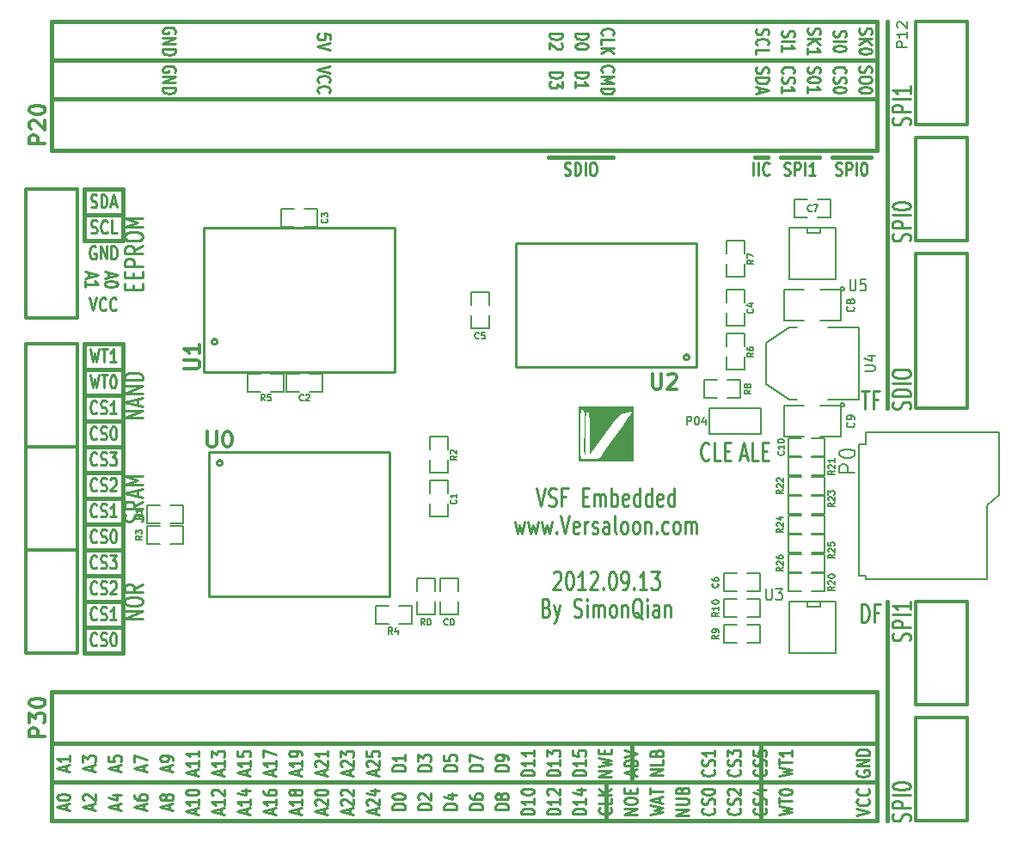
<source format=gto>
G04 (created by PCBNEW-RS274X (2012-01-19 BZR 3256)-stable) date 08/10/2012 04:37:32*
G01*
G70*
G90*
%MOIN*%
G04 Gerber Fmt 3.4, Leading zero omitted, Abs format*
%FSLAX34Y34*%
G04 APERTURE LIST*
%ADD10C,0.006000*%
%ADD11C,0.015000*%
%ADD12C,0.010000*%
%ADD13C,0.005000*%
%ADD14C,0.012000*%
%ADD15C,0.008000*%
%ADD16C,0.000100*%
G04 APERTURE END LIST*
G54D10*
G54D11*
X39250Y-11750D02*
X38750Y-11750D01*
G54D12*
X38705Y-11952D02*
X38705Y-12452D01*
X38895Y-11952D02*
X38895Y-12452D01*
X39314Y-11999D02*
X39295Y-11975D01*
X39238Y-11952D01*
X39200Y-11952D01*
X39142Y-11975D01*
X39104Y-12023D01*
X39085Y-12071D01*
X39066Y-12166D01*
X39066Y-12237D01*
X39085Y-12333D01*
X39104Y-12380D01*
X39142Y-12428D01*
X39200Y-12452D01*
X39238Y-12452D01*
X39295Y-12428D01*
X39314Y-12404D01*
X38821Y-08264D02*
X38798Y-08321D01*
X38798Y-08417D01*
X38821Y-08455D01*
X38845Y-08474D01*
X38893Y-08493D01*
X38940Y-08493D01*
X38988Y-08474D01*
X39012Y-08455D01*
X39036Y-08417D01*
X39060Y-08340D01*
X39083Y-08302D01*
X39107Y-08283D01*
X39155Y-08264D01*
X39202Y-08264D01*
X39250Y-08283D01*
X39274Y-08302D01*
X39298Y-08340D01*
X39298Y-08436D01*
X39274Y-08493D01*
X38798Y-08664D02*
X39298Y-08664D01*
X39298Y-08759D01*
X39274Y-08817D01*
X39226Y-08855D01*
X39179Y-08874D01*
X39083Y-08893D01*
X39012Y-08893D01*
X38917Y-08874D01*
X38869Y-08855D01*
X38821Y-08817D01*
X38798Y-08759D01*
X38798Y-08664D01*
X38940Y-09045D02*
X38940Y-09236D01*
X38798Y-09007D02*
X39298Y-09140D01*
X38798Y-09274D01*
X38821Y-06774D02*
X38798Y-06831D01*
X38798Y-06927D01*
X38821Y-06965D01*
X38845Y-06984D01*
X38893Y-07003D01*
X38940Y-07003D01*
X38988Y-06984D01*
X39012Y-06965D01*
X39036Y-06927D01*
X39060Y-06850D01*
X39083Y-06812D01*
X39107Y-06793D01*
X39155Y-06774D01*
X39202Y-06774D01*
X39250Y-06793D01*
X39274Y-06812D01*
X39298Y-06850D01*
X39298Y-06946D01*
X39274Y-07003D01*
X38845Y-07403D02*
X38821Y-07384D01*
X38798Y-07327D01*
X38798Y-07289D01*
X38821Y-07231D01*
X38869Y-07193D01*
X38917Y-07174D01*
X39012Y-07155D01*
X39083Y-07155D01*
X39179Y-07174D01*
X39226Y-07193D01*
X39274Y-07231D01*
X39298Y-07289D01*
X39298Y-07327D01*
X39274Y-07384D01*
X39250Y-07403D01*
X38798Y-07765D02*
X38798Y-07574D01*
X39298Y-07574D01*
X13243Y-27655D02*
X13224Y-27679D01*
X13167Y-27702D01*
X13129Y-27702D01*
X13071Y-27679D01*
X13033Y-27631D01*
X13014Y-27583D01*
X12995Y-27488D01*
X12995Y-27417D01*
X13014Y-27321D01*
X13033Y-27274D01*
X13071Y-27226D01*
X13129Y-27202D01*
X13167Y-27202D01*
X13224Y-27226D01*
X13243Y-27250D01*
X13395Y-27679D02*
X13452Y-27702D01*
X13548Y-27702D01*
X13586Y-27679D01*
X13605Y-27655D01*
X13624Y-27607D01*
X13624Y-27560D01*
X13605Y-27512D01*
X13586Y-27488D01*
X13548Y-27464D01*
X13471Y-27440D01*
X13433Y-27417D01*
X13414Y-27393D01*
X13395Y-27345D01*
X13395Y-27298D01*
X13414Y-27250D01*
X13433Y-27226D01*
X13471Y-27202D01*
X13567Y-27202D01*
X13624Y-27226D01*
X13757Y-27202D02*
X14005Y-27202D01*
X13871Y-27393D01*
X13929Y-27393D01*
X13967Y-27417D01*
X13986Y-27440D01*
X14005Y-27488D01*
X14005Y-27607D01*
X13986Y-27655D01*
X13967Y-27679D01*
X13929Y-27702D01*
X13814Y-27702D01*
X13776Y-27679D01*
X13757Y-27655D01*
X13243Y-28655D02*
X13224Y-28679D01*
X13167Y-28702D01*
X13129Y-28702D01*
X13071Y-28679D01*
X13033Y-28631D01*
X13014Y-28583D01*
X12995Y-28488D01*
X12995Y-28417D01*
X13014Y-28321D01*
X13033Y-28274D01*
X13071Y-28226D01*
X13129Y-28202D01*
X13167Y-28202D01*
X13224Y-28226D01*
X13243Y-28250D01*
X13395Y-28679D02*
X13452Y-28702D01*
X13548Y-28702D01*
X13586Y-28679D01*
X13605Y-28655D01*
X13624Y-28607D01*
X13624Y-28560D01*
X13605Y-28512D01*
X13586Y-28488D01*
X13548Y-28464D01*
X13471Y-28440D01*
X13433Y-28417D01*
X13414Y-28393D01*
X13395Y-28345D01*
X13395Y-28298D01*
X13414Y-28250D01*
X13433Y-28226D01*
X13471Y-28202D01*
X13567Y-28202D01*
X13624Y-28226D01*
X13776Y-28250D02*
X13795Y-28226D01*
X13833Y-28202D01*
X13929Y-28202D01*
X13967Y-28226D01*
X13986Y-28250D01*
X14005Y-28298D01*
X14005Y-28345D01*
X13986Y-28417D01*
X13757Y-28702D01*
X14005Y-28702D01*
X13243Y-29655D02*
X13224Y-29679D01*
X13167Y-29702D01*
X13129Y-29702D01*
X13071Y-29679D01*
X13033Y-29631D01*
X13014Y-29583D01*
X12995Y-29488D01*
X12995Y-29417D01*
X13014Y-29321D01*
X13033Y-29274D01*
X13071Y-29226D01*
X13129Y-29202D01*
X13167Y-29202D01*
X13224Y-29226D01*
X13243Y-29250D01*
X13395Y-29679D02*
X13452Y-29702D01*
X13548Y-29702D01*
X13586Y-29679D01*
X13605Y-29655D01*
X13624Y-29607D01*
X13624Y-29560D01*
X13605Y-29512D01*
X13586Y-29488D01*
X13548Y-29464D01*
X13471Y-29440D01*
X13433Y-29417D01*
X13414Y-29393D01*
X13395Y-29345D01*
X13395Y-29298D01*
X13414Y-29250D01*
X13433Y-29226D01*
X13471Y-29202D01*
X13567Y-29202D01*
X13624Y-29226D01*
X14005Y-29702D02*
X13776Y-29702D01*
X13890Y-29702D02*
X13890Y-29202D01*
X13852Y-29274D01*
X13814Y-29321D01*
X13776Y-29345D01*
X13243Y-30655D02*
X13224Y-30679D01*
X13167Y-30702D01*
X13129Y-30702D01*
X13071Y-30679D01*
X13033Y-30631D01*
X13014Y-30583D01*
X12995Y-30488D01*
X12995Y-30417D01*
X13014Y-30321D01*
X13033Y-30274D01*
X13071Y-30226D01*
X13129Y-30202D01*
X13167Y-30202D01*
X13224Y-30226D01*
X13243Y-30250D01*
X13395Y-30679D02*
X13452Y-30702D01*
X13548Y-30702D01*
X13586Y-30679D01*
X13605Y-30655D01*
X13624Y-30607D01*
X13624Y-30560D01*
X13605Y-30512D01*
X13586Y-30488D01*
X13548Y-30464D01*
X13471Y-30440D01*
X13433Y-30417D01*
X13414Y-30393D01*
X13395Y-30345D01*
X13395Y-30298D01*
X13414Y-30250D01*
X13433Y-30226D01*
X13471Y-30202D01*
X13567Y-30202D01*
X13624Y-30226D01*
X13871Y-30202D02*
X13910Y-30202D01*
X13948Y-30226D01*
X13967Y-30250D01*
X13986Y-30298D01*
X14005Y-30393D01*
X14005Y-30512D01*
X13986Y-30607D01*
X13967Y-30655D01*
X13948Y-30679D01*
X13910Y-30702D01*
X13871Y-30702D01*
X13833Y-30679D01*
X13814Y-30655D01*
X13795Y-30607D01*
X13776Y-30512D01*
X13776Y-30393D01*
X13795Y-30298D01*
X13814Y-30250D01*
X13833Y-30226D01*
X13871Y-30202D01*
X13243Y-23655D02*
X13224Y-23679D01*
X13167Y-23702D01*
X13129Y-23702D01*
X13071Y-23679D01*
X13033Y-23631D01*
X13014Y-23583D01*
X12995Y-23488D01*
X12995Y-23417D01*
X13014Y-23321D01*
X13033Y-23274D01*
X13071Y-23226D01*
X13129Y-23202D01*
X13167Y-23202D01*
X13224Y-23226D01*
X13243Y-23250D01*
X13395Y-23679D02*
X13452Y-23702D01*
X13548Y-23702D01*
X13586Y-23679D01*
X13605Y-23655D01*
X13624Y-23607D01*
X13624Y-23560D01*
X13605Y-23512D01*
X13586Y-23488D01*
X13548Y-23464D01*
X13471Y-23440D01*
X13433Y-23417D01*
X13414Y-23393D01*
X13395Y-23345D01*
X13395Y-23298D01*
X13414Y-23250D01*
X13433Y-23226D01*
X13471Y-23202D01*
X13567Y-23202D01*
X13624Y-23226D01*
X13757Y-23202D02*
X14005Y-23202D01*
X13871Y-23393D01*
X13929Y-23393D01*
X13967Y-23417D01*
X13986Y-23440D01*
X14005Y-23488D01*
X14005Y-23607D01*
X13986Y-23655D01*
X13967Y-23679D01*
X13929Y-23702D01*
X13814Y-23702D01*
X13776Y-23679D01*
X13757Y-23655D01*
X13243Y-24655D02*
X13224Y-24679D01*
X13167Y-24702D01*
X13129Y-24702D01*
X13071Y-24679D01*
X13033Y-24631D01*
X13014Y-24583D01*
X12995Y-24488D01*
X12995Y-24417D01*
X13014Y-24321D01*
X13033Y-24274D01*
X13071Y-24226D01*
X13129Y-24202D01*
X13167Y-24202D01*
X13224Y-24226D01*
X13243Y-24250D01*
X13395Y-24679D02*
X13452Y-24702D01*
X13548Y-24702D01*
X13586Y-24679D01*
X13605Y-24655D01*
X13624Y-24607D01*
X13624Y-24560D01*
X13605Y-24512D01*
X13586Y-24488D01*
X13548Y-24464D01*
X13471Y-24440D01*
X13433Y-24417D01*
X13414Y-24393D01*
X13395Y-24345D01*
X13395Y-24298D01*
X13414Y-24250D01*
X13433Y-24226D01*
X13471Y-24202D01*
X13567Y-24202D01*
X13624Y-24226D01*
X13776Y-24250D02*
X13795Y-24226D01*
X13833Y-24202D01*
X13929Y-24202D01*
X13967Y-24226D01*
X13986Y-24250D01*
X14005Y-24298D01*
X14005Y-24345D01*
X13986Y-24417D01*
X13757Y-24702D01*
X14005Y-24702D01*
X13243Y-25655D02*
X13224Y-25679D01*
X13167Y-25702D01*
X13129Y-25702D01*
X13071Y-25679D01*
X13033Y-25631D01*
X13014Y-25583D01*
X12995Y-25488D01*
X12995Y-25417D01*
X13014Y-25321D01*
X13033Y-25274D01*
X13071Y-25226D01*
X13129Y-25202D01*
X13167Y-25202D01*
X13224Y-25226D01*
X13243Y-25250D01*
X13395Y-25679D02*
X13452Y-25702D01*
X13548Y-25702D01*
X13586Y-25679D01*
X13605Y-25655D01*
X13624Y-25607D01*
X13624Y-25560D01*
X13605Y-25512D01*
X13586Y-25488D01*
X13548Y-25464D01*
X13471Y-25440D01*
X13433Y-25417D01*
X13414Y-25393D01*
X13395Y-25345D01*
X13395Y-25298D01*
X13414Y-25250D01*
X13433Y-25226D01*
X13471Y-25202D01*
X13567Y-25202D01*
X13624Y-25226D01*
X14005Y-25702D02*
X13776Y-25702D01*
X13890Y-25702D02*
X13890Y-25202D01*
X13852Y-25274D01*
X13814Y-25321D01*
X13776Y-25345D01*
X13243Y-26655D02*
X13224Y-26679D01*
X13167Y-26702D01*
X13129Y-26702D01*
X13071Y-26679D01*
X13033Y-26631D01*
X13014Y-26583D01*
X12995Y-26488D01*
X12995Y-26417D01*
X13014Y-26321D01*
X13033Y-26274D01*
X13071Y-26226D01*
X13129Y-26202D01*
X13167Y-26202D01*
X13224Y-26226D01*
X13243Y-26250D01*
X13395Y-26679D02*
X13452Y-26702D01*
X13548Y-26702D01*
X13586Y-26679D01*
X13605Y-26655D01*
X13624Y-26607D01*
X13624Y-26560D01*
X13605Y-26512D01*
X13586Y-26488D01*
X13548Y-26464D01*
X13471Y-26440D01*
X13433Y-26417D01*
X13414Y-26393D01*
X13395Y-26345D01*
X13395Y-26298D01*
X13414Y-26250D01*
X13433Y-26226D01*
X13471Y-26202D01*
X13567Y-26202D01*
X13624Y-26226D01*
X13871Y-26202D02*
X13910Y-26202D01*
X13948Y-26226D01*
X13967Y-26250D01*
X13986Y-26298D01*
X14005Y-26393D01*
X14005Y-26512D01*
X13986Y-26607D01*
X13967Y-26655D01*
X13948Y-26679D01*
X13910Y-26702D01*
X13871Y-26702D01*
X13833Y-26679D01*
X13814Y-26655D01*
X13795Y-26607D01*
X13776Y-26512D01*
X13776Y-26393D01*
X13795Y-26298D01*
X13814Y-26250D01*
X13833Y-26226D01*
X13871Y-26202D01*
X12986Y-19202D02*
X13081Y-19702D01*
X13158Y-19345D01*
X13234Y-19702D01*
X13329Y-19202D01*
X13424Y-19202D02*
X13653Y-19202D01*
X13538Y-19702D02*
X13538Y-19202D01*
X13996Y-19702D02*
X13767Y-19702D01*
X13881Y-19702D02*
X13881Y-19202D01*
X13843Y-19274D01*
X13805Y-19321D01*
X13767Y-19345D01*
X12986Y-20202D02*
X13081Y-20702D01*
X13158Y-20345D01*
X13234Y-20702D01*
X13329Y-20202D01*
X13424Y-20202D02*
X13653Y-20202D01*
X13538Y-20702D02*
X13538Y-20202D01*
X13862Y-20202D02*
X13901Y-20202D01*
X13939Y-20226D01*
X13958Y-20250D01*
X13977Y-20298D01*
X13996Y-20393D01*
X13996Y-20512D01*
X13977Y-20607D01*
X13958Y-20655D01*
X13939Y-20679D01*
X13901Y-20702D01*
X13862Y-20702D01*
X13824Y-20679D01*
X13805Y-20655D01*
X13786Y-20607D01*
X13767Y-20512D01*
X13767Y-20393D01*
X13786Y-20298D01*
X13805Y-20250D01*
X13824Y-20226D01*
X13862Y-20202D01*
X13243Y-21655D02*
X13224Y-21679D01*
X13167Y-21702D01*
X13129Y-21702D01*
X13071Y-21679D01*
X13033Y-21631D01*
X13014Y-21583D01*
X12995Y-21488D01*
X12995Y-21417D01*
X13014Y-21321D01*
X13033Y-21274D01*
X13071Y-21226D01*
X13129Y-21202D01*
X13167Y-21202D01*
X13224Y-21226D01*
X13243Y-21250D01*
X13395Y-21679D02*
X13452Y-21702D01*
X13548Y-21702D01*
X13586Y-21679D01*
X13605Y-21655D01*
X13624Y-21607D01*
X13624Y-21560D01*
X13605Y-21512D01*
X13586Y-21488D01*
X13548Y-21464D01*
X13471Y-21440D01*
X13433Y-21417D01*
X13414Y-21393D01*
X13395Y-21345D01*
X13395Y-21298D01*
X13414Y-21250D01*
X13433Y-21226D01*
X13471Y-21202D01*
X13567Y-21202D01*
X13624Y-21226D01*
X14005Y-21702D02*
X13776Y-21702D01*
X13890Y-21702D02*
X13890Y-21202D01*
X13852Y-21274D01*
X13814Y-21321D01*
X13776Y-21345D01*
X13243Y-22655D02*
X13224Y-22679D01*
X13167Y-22702D01*
X13129Y-22702D01*
X13071Y-22679D01*
X13033Y-22631D01*
X13014Y-22583D01*
X12995Y-22488D01*
X12995Y-22417D01*
X13014Y-22321D01*
X13033Y-22274D01*
X13071Y-22226D01*
X13129Y-22202D01*
X13167Y-22202D01*
X13224Y-22226D01*
X13243Y-22250D01*
X13395Y-22679D02*
X13452Y-22702D01*
X13548Y-22702D01*
X13586Y-22679D01*
X13605Y-22655D01*
X13624Y-22607D01*
X13624Y-22560D01*
X13605Y-22512D01*
X13586Y-22488D01*
X13548Y-22464D01*
X13471Y-22440D01*
X13433Y-22417D01*
X13414Y-22393D01*
X13395Y-22345D01*
X13395Y-22298D01*
X13414Y-22250D01*
X13433Y-22226D01*
X13471Y-22202D01*
X13567Y-22202D01*
X13624Y-22226D01*
X13871Y-22202D02*
X13910Y-22202D01*
X13948Y-22226D01*
X13967Y-22250D01*
X13986Y-22298D01*
X14005Y-22393D01*
X14005Y-22512D01*
X13986Y-22607D01*
X13967Y-22655D01*
X13948Y-22679D01*
X13910Y-22702D01*
X13871Y-22702D01*
X13833Y-22679D01*
X13814Y-22655D01*
X13795Y-22607D01*
X13776Y-22512D01*
X13776Y-22393D01*
X13795Y-22298D01*
X13814Y-22250D01*
X13833Y-22226D01*
X13871Y-22202D01*
G54D11*
X12750Y-30000D02*
X14250Y-30000D01*
X12750Y-29000D02*
X14250Y-29000D01*
X12750Y-28000D02*
X14250Y-28000D01*
X14250Y-31000D02*
X14250Y-27000D01*
X12750Y-31000D02*
X14250Y-31000D01*
X12750Y-27000D02*
X12750Y-31000D01*
X12750Y-26000D02*
X14250Y-26000D01*
X12750Y-25000D02*
X14250Y-25000D01*
X12750Y-24000D02*
X14250Y-24000D01*
X14250Y-27000D02*
X14250Y-23000D01*
X12750Y-27000D02*
X14250Y-27000D01*
X12750Y-23000D02*
X12750Y-27000D01*
X12750Y-22000D02*
X14250Y-22000D01*
X12750Y-21000D02*
X14250Y-21000D01*
X12750Y-20000D02*
X14250Y-20000D01*
X12750Y-23000D02*
X12750Y-19000D01*
X14250Y-23000D02*
X12750Y-23000D01*
X14250Y-19000D02*
X14250Y-23000D01*
X12750Y-19000D02*
X14250Y-19000D01*
X14250Y-14000D02*
X12750Y-14000D01*
X12750Y-15000D02*
X12750Y-13000D01*
X14250Y-15000D02*
X12750Y-15000D01*
X14250Y-13000D02*
X14250Y-15000D01*
X12750Y-13000D02*
X14250Y-13000D01*
G54D12*
X13024Y-14679D02*
X13081Y-14702D01*
X13177Y-14702D01*
X13215Y-14679D01*
X13234Y-14655D01*
X13253Y-14607D01*
X13253Y-14560D01*
X13234Y-14512D01*
X13215Y-14488D01*
X13177Y-14464D01*
X13100Y-14440D01*
X13062Y-14417D01*
X13043Y-14393D01*
X13024Y-14345D01*
X13024Y-14298D01*
X13043Y-14250D01*
X13062Y-14226D01*
X13100Y-14202D01*
X13196Y-14202D01*
X13253Y-14226D01*
X13653Y-14655D02*
X13634Y-14679D01*
X13577Y-14702D01*
X13539Y-14702D01*
X13481Y-14679D01*
X13443Y-14631D01*
X13424Y-14583D01*
X13405Y-14488D01*
X13405Y-14417D01*
X13424Y-14321D01*
X13443Y-14274D01*
X13481Y-14226D01*
X13539Y-14202D01*
X13577Y-14202D01*
X13634Y-14226D01*
X13653Y-14250D01*
X14015Y-14702D02*
X13824Y-14702D01*
X13824Y-14202D01*
X13014Y-13679D02*
X13071Y-13702D01*
X13167Y-13702D01*
X13205Y-13679D01*
X13224Y-13655D01*
X13243Y-13607D01*
X13243Y-13560D01*
X13224Y-13512D01*
X13205Y-13488D01*
X13167Y-13464D01*
X13090Y-13440D01*
X13052Y-13417D01*
X13033Y-13393D01*
X13014Y-13345D01*
X13014Y-13298D01*
X13033Y-13250D01*
X13052Y-13226D01*
X13090Y-13202D01*
X13186Y-13202D01*
X13243Y-13226D01*
X13414Y-13702D02*
X13414Y-13202D01*
X13509Y-13202D01*
X13567Y-13226D01*
X13605Y-13274D01*
X13624Y-13321D01*
X13643Y-13417D01*
X13643Y-13488D01*
X13624Y-13583D01*
X13605Y-13631D01*
X13567Y-13679D01*
X13509Y-13702D01*
X13414Y-13702D01*
X13795Y-13560D02*
X13986Y-13560D01*
X13757Y-13702D02*
X13890Y-13202D01*
X14024Y-13702D01*
X12967Y-17202D02*
X13100Y-17702D01*
X13234Y-17202D01*
X13596Y-17655D02*
X13577Y-17679D01*
X13520Y-17702D01*
X13482Y-17702D01*
X13424Y-17679D01*
X13386Y-17631D01*
X13367Y-17583D01*
X13348Y-17488D01*
X13348Y-17417D01*
X13367Y-17321D01*
X13386Y-17274D01*
X13424Y-17226D01*
X13482Y-17202D01*
X13520Y-17202D01*
X13577Y-17226D01*
X13596Y-17250D01*
X13996Y-17655D02*
X13977Y-17679D01*
X13920Y-17702D01*
X13882Y-17702D01*
X13824Y-17679D01*
X13786Y-17631D01*
X13767Y-17583D01*
X13748Y-17488D01*
X13748Y-17417D01*
X13767Y-17321D01*
X13786Y-17274D01*
X13824Y-17226D01*
X13882Y-17202D01*
X13920Y-17202D01*
X13977Y-17226D01*
X13996Y-17250D01*
X13196Y-15226D02*
X13158Y-15202D01*
X13101Y-15202D01*
X13043Y-15226D01*
X13005Y-15274D01*
X12986Y-15321D01*
X12967Y-15417D01*
X12967Y-15488D01*
X12986Y-15583D01*
X13005Y-15631D01*
X13043Y-15679D01*
X13101Y-15702D01*
X13139Y-15702D01*
X13196Y-15679D01*
X13215Y-15655D01*
X13215Y-15488D01*
X13139Y-15488D01*
X13386Y-15702D02*
X13386Y-15202D01*
X13615Y-15702D01*
X13615Y-15202D01*
X13805Y-15702D02*
X13805Y-15202D01*
X13900Y-15202D01*
X13958Y-15226D01*
X13996Y-15274D01*
X14015Y-15321D01*
X14034Y-15417D01*
X14034Y-15488D01*
X14015Y-15583D01*
X13996Y-15631D01*
X13958Y-15679D01*
X13900Y-15702D01*
X13805Y-15702D01*
X13690Y-16214D02*
X13690Y-16405D01*
X13548Y-16176D02*
X14048Y-16309D01*
X13548Y-16443D01*
X14048Y-16652D02*
X14048Y-16691D01*
X14024Y-16729D01*
X14000Y-16748D01*
X13952Y-16767D01*
X13857Y-16786D01*
X13738Y-16786D01*
X13643Y-16767D01*
X13595Y-16748D01*
X13571Y-16729D01*
X13548Y-16691D01*
X13548Y-16652D01*
X13571Y-16614D01*
X13595Y-16595D01*
X13643Y-16576D01*
X13738Y-16557D01*
X13857Y-16557D01*
X13952Y-16576D01*
X14000Y-16595D01*
X14024Y-16614D01*
X14048Y-16652D01*
X12940Y-16214D02*
X12940Y-16405D01*
X12798Y-16176D02*
X13298Y-16309D01*
X12798Y-16443D01*
X12798Y-16786D02*
X12798Y-16557D01*
X12798Y-16671D02*
X13298Y-16671D01*
X13226Y-16633D01*
X13179Y-16595D01*
X13155Y-16557D01*
X14667Y-16880D02*
X14667Y-16713D01*
X15033Y-16642D02*
X15033Y-16880D01*
X14333Y-16880D01*
X14333Y-16642D01*
X14667Y-16428D02*
X14667Y-16261D01*
X15033Y-16190D02*
X15033Y-16428D01*
X14333Y-16428D01*
X14333Y-16190D01*
X15033Y-15976D02*
X14333Y-15976D01*
X14333Y-15785D01*
X14367Y-15738D01*
X14400Y-15714D01*
X14467Y-15690D01*
X14567Y-15690D01*
X14633Y-15714D01*
X14667Y-15738D01*
X14700Y-15785D01*
X14700Y-15976D01*
X15033Y-15190D02*
X14700Y-15357D01*
X15033Y-15476D02*
X14333Y-15476D01*
X14333Y-15285D01*
X14367Y-15238D01*
X14400Y-15214D01*
X14467Y-15190D01*
X14567Y-15190D01*
X14633Y-15214D01*
X14667Y-15238D01*
X14700Y-15285D01*
X14700Y-15476D01*
X14333Y-14881D02*
X14333Y-14785D01*
X14367Y-14738D01*
X14433Y-14690D01*
X14567Y-14666D01*
X14800Y-14666D01*
X14933Y-14690D01*
X15000Y-14738D01*
X15033Y-14785D01*
X15033Y-14881D01*
X15000Y-14928D01*
X14933Y-14976D01*
X14800Y-15000D01*
X14567Y-15000D01*
X14433Y-14976D01*
X14367Y-14928D01*
X14333Y-14881D01*
X15033Y-14452D02*
X14333Y-14452D01*
X14833Y-14285D01*
X14333Y-14119D01*
X15033Y-14119D01*
G54D11*
X33000Y-36000D02*
X33000Y-37500D01*
X34000Y-34500D02*
X34000Y-36000D01*
X39000Y-36000D02*
X39000Y-37500D01*
X39000Y-34500D02*
X39000Y-36000D01*
G54D12*
X39155Y-37007D02*
X39179Y-37026D01*
X39202Y-37083D01*
X39202Y-37121D01*
X39179Y-37179D01*
X39131Y-37217D01*
X39083Y-37236D01*
X38988Y-37255D01*
X38917Y-37255D01*
X38821Y-37236D01*
X38774Y-37217D01*
X38726Y-37179D01*
X38702Y-37121D01*
X38702Y-37083D01*
X38726Y-37026D01*
X38750Y-37007D01*
X39179Y-36855D02*
X39202Y-36798D01*
X39202Y-36702D01*
X39179Y-36664D01*
X39155Y-36645D01*
X39107Y-36626D01*
X39060Y-36626D01*
X39012Y-36645D01*
X38988Y-36664D01*
X38964Y-36702D01*
X38940Y-36779D01*
X38917Y-36817D01*
X38893Y-36836D01*
X38845Y-36855D01*
X38798Y-36855D01*
X38750Y-36836D01*
X38726Y-36817D01*
X38702Y-36779D01*
X38702Y-36683D01*
X38726Y-36626D01*
X38869Y-36283D02*
X39202Y-36283D01*
X38679Y-36379D02*
X39036Y-36474D01*
X39036Y-36226D01*
X39155Y-35507D02*
X39179Y-35526D01*
X39202Y-35583D01*
X39202Y-35621D01*
X39179Y-35679D01*
X39131Y-35717D01*
X39083Y-35736D01*
X38988Y-35755D01*
X38917Y-35755D01*
X38821Y-35736D01*
X38774Y-35717D01*
X38726Y-35679D01*
X38702Y-35621D01*
X38702Y-35583D01*
X38726Y-35526D01*
X38750Y-35507D01*
X39179Y-35355D02*
X39202Y-35298D01*
X39202Y-35202D01*
X39179Y-35164D01*
X39155Y-35145D01*
X39107Y-35126D01*
X39060Y-35126D01*
X39012Y-35145D01*
X38988Y-35164D01*
X38964Y-35202D01*
X38940Y-35279D01*
X38917Y-35317D01*
X38893Y-35336D01*
X38845Y-35355D01*
X38798Y-35355D01*
X38750Y-35336D01*
X38726Y-35317D01*
X38702Y-35279D01*
X38702Y-35183D01*
X38726Y-35126D01*
X38702Y-34764D02*
X38702Y-34955D01*
X38940Y-34974D01*
X38917Y-34955D01*
X38893Y-34917D01*
X38893Y-34821D01*
X38917Y-34783D01*
X38940Y-34764D01*
X38988Y-34745D01*
X39107Y-34745D01*
X39155Y-34764D01*
X39179Y-34783D01*
X39202Y-34821D01*
X39202Y-34917D01*
X39179Y-34955D01*
X39155Y-34974D01*
X36202Y-37274D02*
X35702Y-37274D01*
X36202Y-37045D01*
X35702Y-37045D01*
X35702Y-36855D02*
X36107Y-36855D01*
X36155Y-36836D01*
X36179Y-36817D01*
X36202Y-36779D01*
X36202Y-36702D01*
X36179Y-36664D01*
X36155Y-36645D01*
X36107Y-36626D01*
X35702Y-36626D01*
X35940Y-36302D02*
X35964Y-36245D01*
X35988Y-36226D01*
X36036Y-36207D01*
X36107Y-36207D01*
X36155Y-36226D01*
X36179Y-36245D01*
X36202Y-36283D01*
X36202Y-36436D01*
X35702Y-36436D01*
X35702Y-36302D01*
X35726Y-36264D01*
X35750Y-36245D01*
X35798Y-36226D01*
X35845Y-36226D01*
X35893Y-36245D01*
X35917Y-36264D01*
X35940Y-36302D01*
X35940Y-36436D01*
X35202Y-35726D02*
X34702Y-35726D01*
X35202Y-35497D01*
X34702Y-35497D01*
X35202Y-35116D02*
X35202Y-35307D01*
X34702Y-35307D01*
X34940Y-34849D02*
X34964Y-34792D01*
X34988Y-34773D01*
X35036Y-34754D01*
X35107Y-34754D01*
X35155Y-34773D01*
X35179Y-34792D01*
X35202Y-34830D01*
X35202Y-34983D01*
X34702Y-34983D01*
X34702Y-34849D01*
X34726Y-34811D01*
X34750Y-34792D01*
X34798Y-34773D01*
X34845Y-34773D01*
X34893Y-34792D01*
X34917Y-34811D01*
X34940Y-34849D01*
X34940Y-34983D01*
X42702Y-37283D02*
X43202Y-37150D01*
X42702Y-37016D01*
X43155Y-36654D02*
X43179Y-36673D01*
X43202Y-36730D01*
X43202Y-36768D01*
X43179Y-36826D01*
X43131Y-36864D01*
X43083Y-36883D01*
X42988Y-36902D01*
X42917Y-36902D01*
X42821Y-36883D01*
X42774Y-36864D01*
X42726Y-36826D01*
X42702Y-36768D01*
X42702Y-36730D01*
X42726Y-36673D01*
X42750Y-36654D01*
X43155Y-36254D02*
X43179Y-36273D01*
X43202Y-36330D01*
X43202Y-36368D01*
X43179Y-36426D01*
X43131Y-36464D01*
X43083Y-36483D01*
X42988Y-36502D01*
X42917Y-36502D01*
X42821Y-36483D01*
X42774Y-36464D01*
X42726Y-36426D01*
X42702Y-36368D01*
X42702Y-36330D01*
X42726Y-36273D01*
X42750Y-36254D01*
X42726Y-35554D02*
X42702Y-35592D01*
X42702Y-35649D01*
X42726Y-35707D01*
X42774Y-35745D01*
X42821Y-35764D01*
X42917Y-35783D01*
X42988Y-35783D01*
X43083Y-35764D01*
X43131Y-35745D01*
X43179Y-35707D01*
X43202Y-35649D01*
X43202Y-35611D01*
X43179Y-35554D01*
X43155Y-35535D01*
X42988Y-35535D01*
X42988Y-35611D01*
X43202Y-35364D02*
X42702Y-35364D01*
X43202Y-35135D01*
X42702Y-35135D01*
X43202Y-34945D02*
X42702Y-34945D01*
X42702Y-34850D01*
X42726Y-34792D01*
X42774Y-34754D01*
X42821Y-34735D01*
X42917Y-34716D01*
X42988Y-34716D01*
X43083Y-34735D01*
X43131Y-34754D01*
X43179Y-34792D01*
X43202Y-34850D01*
X43202Y-34945D01*
X39702Y-35764D02*
X40202Y-35669D01*
X39845Y-35592D01*
X40202Y-35516D01*
X39702Y-35421D01*
X39702Y-35326D02*
X39702Y-35097D01*
X40202Y-35212D02*
X39702Y-35212D01*
X40202Y-34754D02*
X40202Y-34983D01*
X40202Y-34869D02*
X39702Y-34869D01*
X39774Y-34907D01*
X39821Y-34945D01*
X39845Y-34983D01*
X39702Y-37264D02*
X40202Y-37169D01*
X39845Y-37092D01*
X40202Y-37016D01*
X39702Y-36921D01*
X39702Y-36826D02*
X39702Y-36597D01*
X40202Y-36712D02*
X39702Y-36712D01*
X39702Y-36388D02*
X39702Y-36349D01*
X39726Y-36311D01*
X39750Y-36292D01*
X39798Y-36273D01*
X39893Y-36254D01*
X40012Y-36254D01*
X40107Y-36273D01*
X40155Y-36292D01*
X40179Y-36311D01*
X40202Y-36349D01*
X40202Y-36388D01*
X40179Y-36426D01*
X40155Y-36445D01*
X40107Y-36464D01*
X40012Y-36483D01*
X39893Y-36483D01*
X39798Y-36464D01*
X39750Y-36445D01*
X39726Y-36426D01*
X39702Y-36388D01*
X38155Y-35507D02*
X38179Y-35526D01*
X38202Y-35583D01*
X38202Y-35621D01*
X38179Y-35679D01*
X38131Y-35717D01*
X38083Y-35736D01*
X37988Y-35755D01*
X37917Y-35755D01*
X37821Y-35736D01*
X37774Y-35717D01*
X37726Y-35679D01*
X37702Y-35621D01*
X37702Y-35583D01*
X37726Y-35526D01*
X37750Y-35507D01*
X38179Y-35355D02*
X38202Y-35298D01*
X38202Y-35202D01*
X38179Y-35164D01*
X38155Y-35145D01*
X38107Y-35126D01*
X38060Y-35126D01*
X38012Y-35145D01*
X37988Y-35164D01*
X37964Y-35202D01*
X37940Y-35279D01*
X37917Y-35317D01*
X37893Y-35336D01*
X37845Y-35355D01*
X37798Y-35355D01*
X37750Y-35336D01*
X37726Y-35317D01*
X37702Y-35279D01*
X37702Y-35183D01*
X37726Y-35126D01*
X37702Y-34993D02*
X37702Y-34745D01*
X37893Y-34879D01*
X37893Y-34821D01*
X37917Y-34783D01*
X37940Y-34764D01*
X37988Y-34745D01*
X38107Y-34745D01*
X38155Y-34764D01*
X38179Y-34783D01*
X38202Y-34821D01*
X38202Y-34936D01*
X38179Y-34974D01*
X38155Y-34993D01*
X38155Y-37007D02*
X38179Y-37026D01*
X38202Y-37083D01*
X38202Y-37121D01*
X38179Y-37179D01*
X38131Y-37217D01*
X38083Y-37236D01*
X37988Y-37255D01*
X37917Y-37255D01*
X37821Y-37236D01*
X37774Y-37217D01*
X37726Y-37179D01*
X37702Y-37121D01*
X37702Y-37083D01*
X37726Y-37026D01*
X37750Y-37007D01*
X38179Y-36855D02*
X38202Y-36798D01*
X38202Y-36702D01*
X38179Y-36664D01*
X38155Y-36645D01*
X38107Y-36626D01*
X38060Y-36626D01*
X38012Y-36645D01*
X37988Y-36664D01*
X37964Y-36702D01*
X37940Y-36779D01*
X37917Y-36817D01*
X37893Y-36836D01*
X37845Y-36855D01*
X37798Y-36855D01*
X37750Y-36836D01*
X37726Y-36817D01*
X37702Y-36779D01*
X37702Y-36683D01*
X37726Y-36626D01*
X37750Y-36474D02*
X37726Y-36455D01*
X37702Y-36417D01*
X37702Y-36321D01*
X37726Y-36283D01*
X37750Y-36264D01*
X37798Y-36245D01*
X37845Y-36245D01*
X37917Y-36264D01*
X38202Y-36493D01*
X38202Y-36245D01*
X37155Y-37007D02*
X37179Y-37026D01*
X37202Y-37083D01*
X37202Y-37121D01*
X37179Y-37179D01*
X37131Y-37217D01*
X37083Y-37236D01*
X36988Y-37255D01*
X36917Y-37255D01*
X36821Y-37236D01*
X36774Y-37217D01*
X36726Y-37179D01*
X36702Y-37121D01*
X36702Y-37083D01*
X36726Y-37026D01*
X36750Y-37007D01*
X37179Y-36855D02*
X37202Y-36798D01*
X37202Y-36702D01*
X37179Y-36664D01*
X37155Y-36645D01*
X37107Y-36626D01*
X37060Y-36626D01*
X37012Y-36645D01*
X36988Y-36664D01*
X36964Y-36702D01*
X36940Y-36779D01*
X36917Y-36817D01*
X36893Y-36836D01*
X36845Y-36855D01*
X36798Y-36855D01*
X36750Y-36836D01*
X36726Y-36817D01*
X36702Y-36779D01*
X36702Y-36683D01*
X36726Y-36626D01*
X36702Y-36379D02*
X36702Y-36340D01*
X36726Y-36302D01*
X36750Y-36283D01*
X36798Y-36264D01*
X36893Y-36245D01*
X37012Y-36245D01*
X37107Y-36264D01*
X37155Y-36283D01*
X37179Y-36302D01*
X37202Y-36340D01*
X37202Y-36379D01*
X37179Y-36417D01*
X37155Y-36436D01*
X37107Y-36455D01*
X37012Y-36474D01*
X36893Y-36474D01*
X36798Y-36455D01*
X36750Y-36436D01*
X36726Y-36417D01*
X36702Y-36379D01*
X37155Y-35507D02*
X37179Y-35526D01*
X37202Y-35583D01*
X37202Y-35621D01*
X37179Y-35679D01*
X37131Y-35717D01*
X37083Y-35736D01*
X36988Y-35755D01*
X36917Y-35755D01*
X36821Y-35736D01*
X36774Y-35717D01*
X36726Y-35679D01*
X36702Y-35621D01*
X36702Y-35583D01*
X36726Y-35526D01*
X36750Y-35507D01*
X37179Y-35355D02*
X37202Y-35298D01*
X37202Y-35202D01*
X37179Y-35164D01*
X37155Y-35145D01*
X37107Y-35126D01*
X37060Y-35126D01*
X37012Y-35145D01*
X36988Y-35164D01*
X36964Y-35202D01*
X36940Y-35279D01*
X36917Y-35317D01*
X36893Y-35336D01*
X36845Y-35355D01*
X36798Y-35355D01*
X36750Y-35336D01*
X36726Y-35317D01*
X36702Y-35279D01*
X36702Y-35183D01*
X36726Y-35126D01*
X37202Y-34745D02*
X37202Y-34974D01*
X37202Y-34860D02*
X36702Y-34860D01*
X36774Y-34898D01*
X36821Y-34936D01*
X36845Y-34974D01*
X34702Y-37245D02*
X35202Y-37150D01*
X34845Y-37073D01*
X35202Y-36997D01*
X34702Y-36902D01*
X35060Y-36769D02*
X35060Y-36578D01*
X35202Y-36807D02*
X34702Y-36674D01*
X35202Y-36540D01*
X34702Y-36464D02*
X34702Y-36235D01*
X35202Y-36350D02*
X34702Y-36350D01*
X34060Y-35717D02*
X34060Y-35526D01*
X34202Y-35755D02*
X33702Y-35622D01*
X34202Y-35488D01*
X34202Y-35355D02*
X33702Y-35355D01*
X33702Y-35260D01*
X33726Y-35202D01*
X33774Y-35164D01*
X33821Y-35145D01*
X33917Y-35126D01*
X33988Y-35126D01*
X34083Y-35145D01*
X34131Y-35164D01*
X34179Y-35202D01*
X34202Y-35260D01*
X34202Y-35355D01*
X33702Y-35012D02*
X34202Y-34879D01*
X33702Y-34745D01*
X34202Y-37255D02*
X33702Y-37255D01*
X34202Y-37026D01*
X33702Y-37026D01*
X33702Y-36760D02*
X33702Y-36683D01*
X33726Y-36645D01*
X33774Y-36607D01*
X33869Y-36588D01*
X34036Y-36588D01*
X34131Y-36607D01*
X34179Y-36645D01*
X34202Y-36683D01*
X34202Y-36760D01*
X34179Y-36798D01*
X34131Y-36836D01*
X34036Y-36855D01*
X33869Y-36855D01*
X33774Y-36836D01*
X33726Y-36798D01*
X33702Y-36760D01*
X33940Y-36417D02*
X33940Y-36283D01*
X34202Y-36226D02*
X34202Y-36417D01*
X33702Y-36417D01*
X33702Y-36226D01*
X33202Y-35774D02*
X32702Y-35774D01*
X33202Y-35545D01*
X32702Y-35545D01*
X32702Y-35393D02*
X33202Y-35298D01*
X32845Y-35221D01*
X33202Y-35145D01*
X32702Y-35050D01*
X32940Y-34898D02*
X32940Y-34764D01*
X33202Y-34707D02*
X33202Y-34898D01*
X32702Y-34898D01*
X32702Y-34707D01*
X33155Y-36988D02*
X33179Y-37007D01*
X33202Y-37064D01*
X33202Y-37102D01*
X33179Y-37160D01*
X33131Y-37198D01*
X33083Y-37217D01*
X32988Y-37236D01*
X32917Y-37236D01*
X32821Y-37217D01*
X32774Y-37198D01*
X32726Y-37160D01*
X32702Y-37102D01*
X32702Y-37064D01*
X32726Y-37007D01*
X32750Y-36988D01*
X33202Y-36626D02*
X33202Y-36817D01*
X32702Y-36817D01*
X33202Y-36493D02*
X32702Y-36493D01*
X33202Y-36264D02*
X32917Y-36436D01*
X32702Y-36264D02*
X32988Y-36493D01*
X32202Y-35736D02*
X31702Y-35736D01*
X31702Y-35641D01*
X31726Y-35583D01*
X31774Y-35545D01*
X31821Y-35526D01*
X31917Y-35507D01*
X31988Y-35507D01*
X32083Y-35526D01*
X32131Y-35545D01*
X32179Y-35583D01*
X32202Y-35641D01*
X32202Y-35736D01*
X32202Y-35126D02*
X32202Y-35355D01*
X32202Y-35241D02*
X31702Y-35241D01*
X31774Y-35279D01*
X31821Y-35317D01*
X31845Y-35355D01*
X31702Y-34764D02*
X31702Y-34955D01*
X31940Y-34974D01*
X31917Y-34955D01*
X31893Y-34917D01*
X31893Y-34821D01*
X31917Y-34783D01*
X31940Y-34764D01*
X31988Y-34745D01*
X32107Y-34745D01*
X32155Y-34764D01*
X32179Y-34783D01*
X32202Y-34821D01*
X32202Y-34917D01*
X32179Y-34955D01*
X32155Y-34974D01*
X32202Y-37236D02*
X31702Y-37236D01*
X31702Y-37141D01*
X31726Y-37083D01*
X31774Y-37045D01*
X31821Y-37026D01*
X31917Y-37007D01*
X31988Y-37007D01*
X32083Y-37026D01*
X32131Y-37045D01*
X32179Y-37083D01*
X32202Y-37141D01*
X32202Y-37236D01*
X32202Y-36626D02*
X32202Y-36855D01*
X32202Y-36741D02*
X31702Y-36741D01*
X31774Y-36779D01*
X31821Y-36817D01*
X31845Y-36855D01*
X31869Y-36283D02*
X32202Y-36283D01*
X31679Y-36379D02*
X32036Y-36474D01*
X32036Y-36226D01*
X31202Y-35736D02*
X30702Y-35736D01*
X30702Y-35641D01*
X30726Y-35583D01*
X30774Y-35545D01*
X30821Y-35526D01*
X30917Y-35507D01*
X30988Y-35507D01*
X31083Y-35526D01*
X31131Y-35545D01*
X31179Y-35583D01*
X31202Y-35641D01*
X31202Y-35736D01*
X31202Y-35126D02*
X31202Y-35355D01*
X31202Y-35241D02*
X30702Y-35241D01*
X30774Y-35279D01*
X30821Y-35317D01*
X30845Y-35355D01*
X30702Y-34993D02*
X30702Y-34745D01*
X30893Y-34879D01*
X30893Y-34821D01*
X30917Y-34783D01*
X30940Y-34764D01*
X30988Y-34745D01*
X31107Y-34745D01*
X31155Y-34764D01*
X31179Y-34783D01*
X31202Y-34821D01*
X31202Y-34936D01*
X31179Y-34974D01*
X31155Y-34993D01*
X31202Y-37236D02*
X30702Y-37236D01*
X30702Y-37141D01*
X30726Y-37083D01*
X30774Y-37045D01*
X30821Y-37026D01*
X30917Y-37007D01*
X30988Y-37007D01*
X31083Y-37026D01*
X31131Y-37045D01*
X31179Y-37083D01*
X31202Y-37141D01*
X31202Y-37236D01*
X31202Y-36626D02*
X31202Y-36855D01*
X31202Y-36741D02*
X30702Y-36741D01*
X30774Y-36779D01*
X30821Y-36817D01*
X30845Y-36855D01*
X30750Y-36474D02*
X30726Y-36455D01*
X30702Y-36417D01*
X30702Y-36321D01*
X30726Y-36283D01*
X30750Y-36264D01*
X30798Y-36245D01*
X30845Y-36245D01*
X30917Y-36264D01*
X31202Y-36493D01*
X31202Y-36245D01*
X30202Y-35736D02*
X29702Y-35736D01*
X29702Y-35641D01*
X29726Y-35583D01*
X29774Y-35545D01*
X29821Y-35526D01*
X29917Y-35507D01*
X29988Y-35507D01*
X30083Y-35526D01*
X30131Y-35545D01*
X30179Y-35583D01*
X30202Y-35641D01*
X30202Y-35736D01*
X30202Y-35126D02*
X30202Y-35355D01*
X30202Y-35241D02*
X29702Y-35241D01*
X29774Y-35279D01*
X29821Y-35317D01*
X29845Y-35355D01*
X30202Y-34745D02*
X30202Y-34974D01*
X30202Y-34860D02*
X29702Y-34860D01*
X29774Y-34898D01*
X29821Y-34936D01*
X29845Y-34974D01*
X30202Y-37236D02*
X29702Y-37236D01*
X29702Y-37141D01*
X29726Y-37083D01*
X29774Y-37045D01*
X29821Y-37026D01*
X29917Y-37007D01*
X29988Y-37007D01*
X30083Y-37026D01*
X30131Y-37045D01*
X30179Y-37083D01*
X30202Y-37141D01*
X30202Y-37236D01*
X30202Y-36626D02*
X30202Y-36855D01*
X30202Y-36741D02*
X29702Y-36741D01*
X29774Y-36779D01*
X29821Y-36817D01*
X29845Y-36855D01*
X29702Y-36379D02*
X29702Y-36340D01*
X29726Y-36302D01*
X29750Y-36283D01*
X29798Y-36264D01*
X29893Y-36245D01*
X30012Y-36245D01*
X30107Y-36264D01*
X30155Y-36283D01*
X30179Y-36302D01*
X30202Y-36340D01*
X30202Y-36379D01*
X30179Y-36417D01*
X30155Y-36436D01*
X30107Y-36455D01*
X30012Y-36474D01*
X29893Y-36474D01*
X29798Y-36455D01*
X29750Y-36436D01*
X29726Y-36417D01*
X29702Y-36379D01*
X29202Y-35545D02*
X28702Y-35545D01*
X28702Y-35450D01*
X28726Y-35392D01*
X28774Y-35354D01*
X28821Y-35335D01*
X28917Y-35316D01*
X28988Y-35316D01*
X29083Y-35335D01*
X29131Y-35354D01*
X29179Y-35392D01*
X29202Y-35450D01*
X29202Y-35545D01*
X29202Y-35126D02*
X29202Y-35050D01*
X29179Y-35011D01*
X29155Y-34992D01*
X29083Y-34954D01*
X28988Y-34935D01*
X28798Y-34935D01*
X28750Y-34954D01*
X28726Y-34973D01*
X28702Y-35011D01*
X28702Y-35088D01*
X28726Y-35126D01*
X28750Y-35145D01*
X28798Y-35164D01*
X28917Y-35164D01*
X28964Y-35145D01*
X28988Y-35126D01*
X29012Y-35088D01*
X29012Y-35011D01*
X28988Y-34973D01*
X28964Y-34954D01*
X28917Y-34935D01*
X29202Y-37045D02*
X28702Y-37045D01*
X28702Y-36950D01*
X28726Y-36892D01*
X28774Y-36854D01*
X28821Y-36835D01*
X28917Y-36816D01*
X28988Y-36816D01*
X29083Y-36835D01*
X29131Y-36854D01*
X29179Y-36892D01*
X29202Y-36950D01*
X29202Y-37045D01*
X28917Y-36588D02*
X28893Y-36626D01*
X28869Y-36645D01*
X28821Y-36664D01*
X28798Y-36664D01*
X28750Y-36645D01*
X28726Y-36626D01*
X28702Y-36588D01*
X28702Y-36511D01*
X28726Y-36473D01*
X28750Y-36454D01*
X28798Y-36435D01*
X28821Y-36435D01*
X28869Y-36454D01*
X28893Y-36473D01*
X28917Y-36511D01*
X28917Y-36588D01*
X28940Y-36626D01*
X28964Y-36645D01*
X29012Y-36664D01*
X29107Y-36664D01*
X29155Y-36645D01*
X29179Y-36626D01*
X29202Y-36588D01*
X29202Y-36511D01*
X29179Y-36473D01*
X29155Y-36454D01*
X29107Y-36435D01*
X29012Y-36435D01*
X28964Y-36454D01*
X28940Y-36473D01*
X28917Y-36511D01*
X28202Y-35545D02*
X27702Y-35545D01*
X27702Y-35450D01*
X27726Y-35392D01*
X27774Y-35354D01*
X27821Y-35335D01*
X27917Y-35316D01*
X27988Y-35316D01*
X28083Y-35335D01*
X28131Y-35354D01*
X28179Y-35392D01*
X28202Y-35450D01*
X28202Y-35545D01*
X27702Y-35183D02*
X27702Y-34916D01*
X28202Y-35088D01*
X28202Y-37045D02*
X27702Y-37045D01*
X27702Y-36950D01*
X27726Y-36892D01*
X27774Y-36854D01*
X27821Y-36835D01*
X27917Y-36816D01*
X27988Y-36816D01*
X28083Y-36835D01*
X28131Y-36854D01*
X28179Y-36892D01*
X28202Y-36950D01*
X28202Y-37045D01*
X27702Y-36473D02*
X27702Y-36550D01*
X27726Y-36588D01*
X27750Y-36607D01*
X27821Y-36645D01*
X27917Y-36664D01*
X28107Y-36664D01*
X28155Y-36645D01*
X28179Y-36626D01*
X28202Y-36588D01*
X28202Y-36511D01*
X28179Y-36473D01*
X28155Y-36454D01*
X28107Y-36435D01*
X27988Y-36435D01*
X27940Y-36454D01*
X27917Y-36473D01*
X27893Y-36511D01*
X27893Y-36588D01*
X27917Y-36626D01*
X27940Y-36645D01*
X27988Y-36664D01*
X27202Y-35545D02*
X26702Y-35545D01*
X26702Y-35450D01*
X26726Y-35392D01*
X26774Y-35354D01*
X26821Y-35335D01*
X26917Y-35316D01*
X26988Y-35316D01*
X27083Y-35335D01*
X27131Y-35354D01*
X27179Y-35392D01*
X27202Y-35450D01*
X27202Y-35545D01*
X26702Y-34954D02*
X26702Y-35145D01*
X26940Y-35164D01*
X26917Y-35145D01*
X26893Y-35107D01*
X26893Y-35011D01*
X26917Y-34973D01*
X26940Y-34954D01*
X26988Y-34935D01*
X27107Y-34935D01*
X27155Y-34954D01*
X27179Y-34973D01*
X27202Y-35011D01*
X27202Y-35107D01*
X27179Y-35145D01*
X27155Y-35164D01*
X27202Y-37045D02*
X26702Y-37045D01*
X26702Y-36950D01*
X26726Y-36892D01*
X26774Y-36854D01*
X26821Y-36835D01*
X26917Y-36816D01*
X26988Y-36816D01*
X27083Y-36835D01*
X27131Y-36854D01*
X27179Y-36892D01*
X27202Y-36950D01*
X27202Y-37045D01*
X26869Y-36473D02*
X27202Y-36473D01*
X26679Y-36569D02*
X27036Y-36664D01*
X27036Y-36416D01*
X26202Y-35545D02*
X25702Y-35545D01*
X25702Y-35450D01*
X25726Y-35392D01*
X25774Y-35354D01*
X25821Y-35335D01*
X25917Y-35316D01*
X25988Y-35316D01*
X26083Y-35335D01*
X26131Y-35354D01*
X26179Y-35392D01*
X26202Y-35450D01*
X26202Y-35545D01*
X25702Y-35183D02*
X25702Y-34935D01*
X25893Y-35069D01*
X25893Y-35011D01*
X25917Y-34973D01*
X25940Y-34954D01*
X25988Y-34935D01*
X26107Y-34935D01*
X26155Y-34954D01*
X26179Y-34973D01*
X26202Y-35011D01*
X26202Y-35126D01*
X26179Y-35164D01*
X26155Y-35183D01*
X26202Y-37045D02*
X25702Y-37045D01*
X25702Y-36950D01*
X25726Y-36892D01*
X25774Y-36854D01*
X25821Y-36835D01*
X25917Y-36816D01*
X25988Y-36816D01*
X26083Y-36835D01*
X26131Y-36854D01*
X26179Y-36892D01*
X26202Y-36950D01*
X26202Y-37045D01*
X25750Y-36664D02*
X25726Y-36645D01*
X25702Y-36607D01*
X25702Y-36511D01*
X25726Y-36473D01*
X25750Y-36454D01*
X25798Y-36435D01*
X25845Y-36435D01*
X25917Y-36454D01*
X26202Y-36683D01*
X26202Y-36435D01*
X25202Y-35545D02*
X24702Y-35545D01*
X24702Y-35450D01*
X24726Y-35392D01*
X24774Y-35354D01*
X24821Y-35335D01*
X24917Y-35316D01*
X24988Y-35316D01*
X25083Y-35335D01*
X25131Y-35354D01*
X25179Y-35392D01*
X25202Y-35450D01*
X25202Y-35545D01*
X25202Y-34935D02*
X25202Y-35164D01*
X25202Y-35050D02*
X24702Y-35050D01*
X24774Y-35088D01*
X24821Y-35126D01*
X24845Y-35164D01*
X25202Y-37045D02*
X24702Y-37045D01*
X24702Y-36950D01*
X24726Y-36892D01*
X24774Y-36854D01*
X24821Y-36835D01*
X24917Y-36816D01*
X24988Y-36816D01*
X25083Y-36835D01*
X25131Y-36854D01*
X25179Y-36892D01*
X25202Y-36950D01*
X25202Y-37045D01*
X24702Y-36569D02*
X24702Y-36530D01*
X24726Y-36492D01*
X24750Y-36473D01*
X24798Y-36454D01*
X24893Y-36435D01*
X25012Y-36435D01*
X25107Y-36454D01*
X25155Y-36473D01*
X25179Y-36492D01*
X25202Y-36530D01*
X25202Y-36569D01*
X25179Y-36607D01*
X25155Y-36626D01*
X25107Y-36645D01*
X25012Y-36664D01*
X24893Y-36664D01*
X24798Y-36645D01*
X24750Y-36626D01*
X24726Y-36607D01*
X24702Y-36569D01*
X24060Y-35726D02*
X24060Y-35535D01*
X24202Y-35764D02*
X23702Y-35631D01*
X24202Y-35497D01*
X23750Y-35383D02*
X23726Y-35364D01*
X23702Y-35326D01*
X23702Y-35230D01*
X23726Y-35192D01*
X23750Y-35173D01*
X23798Y-35154D01*
X23845Y-35154D01*
X23917Y-35173D01*
X24202Y-35402D01*
X24202Y-35154D01*
X23702Y-34792D02*
X23702Y-34983D01*
X23940Y-35002D01*
X23917Y-34983D01*
X23893Y-34945D01*
X23893Y-34849D01*
X23917Y-34811D01*
X23940Y-34792D01*
X23988Y-34773D01*
X24107Y-34773D01*
X24155Y-34792D01*
X24179Y-34811D01*
X24202Y-34849D01*
X24202Y-34945D01*
X24179Y-34983D01*
X24155Y-35002D01*
X24060Y-37226D02*
X24060Y-37035D01*
X24202Y-37264D02*
X23702Y-37131D01*
X24202Y-36997D01*
X23750Y-36883D02*
X23726Y-36864D01*
X23702Y-36826D01*
X23702Y-36730D01*
X23726Y-36692D01*
X23750Y-36673D01*
X23798Y-36654D01*
X23845Y-36654D01*
X23917Y-36673D01*
X24202Y-36902D01*
X24202Y-36654D01*
X23869Y-36311D02*
X24202Y-36311D01*
X23679Y-36407D02*
X24036Y-36502D01*
X24036Y-36254D01*
X23060Y-35726D02*
X23060Y-35535D01*
X23202Y-35764D02*
X22702Y-35631D01*
X23202Y-35497D01*
X22750Y-35383D02*
X22726Y-35364D01*
X22702Y-35326D01*
X22702Y-35230D01*
X22726Y-35192D01*
X22750Y-35173D01*
X22798Y-35154D01*
X22845Y-35154D01*
X22917Y-35173D01*
X23202Y-35402D01*
X23202Y-35154D01*
X22702Y-35021D02*
X22702Y-34773D01*
X22893Y-34907D01*
X22893Y-34849D01*
X22917Y-34811D01*
X22940Y-34792D01*
X22988Y-34773D01*
X23107Y-34773D01*
X23155Y-34792D01*
X23179Y-34811D01*
X23202Y-34849D01*
X23202Y-34964D01*
X23179Y-35002D01*
X23155Y-35021D01*
X23060Y-37226D02*
X23060Y-37035D01*
X23202Y-37264D02*
X22702Y-37131D01*
X23202Y-36997D01*
X22750Y-36883D02*
X22726Y-36864D01*
X22702Y-36826D01*
X22702Y-36730D01*
X22726Y-36692D01*
X22750Y-36673D01*
X22798Y-36654D01*
X22845Y-36654D01*
X22917Y-36673D01*
X23202Y-36902D01*
X23202Y-36654D01*
X22750Y-36502D02*
X22726Y-36483D01*
X22702Y-36445D01*
X22702Y-36349D01*
X22726Y-36311D01*
X22750Y-36292D01*
X22798Y-36273D01*
X22845Y-36273D01*
X22917Y-36292D01*
X23202Y-36521D01*
X23202Y-36273D01*
X22060Y-35726D02*
X22060Y-35535D01*
X22202Y-35764D02*
X21702Y-35631D01*
X22202Y-35497D01*
X21750Y-35383D02*
X21726Y-35364D01*
X21702Y-35326D01*
X21702Y-35230D01*
X21726Y-35192D01*
X21750Y-35173D01*
X21798Y-35154D01*
X21845Y-35154D01*
X21917Y-35173D01*
X22202Y-35402D01*
X22202Y-35154D01*
X22202Y-34773D02*
X22202Y-35002D01*
X22202Y-34888D02*
X21702Y-34888D01*
X21774Y-34926D01*
X21821Y-34964D01*
X21845Y-35002D01*
X22060Y-37226D02*
X22060Y-37035D01*
X22202Y-37264D02*
X21702Y-37131D01*
X22202Y-36997D01*
X21750Y-36883D02*
X21726Y-36864D01*
X21702Y-36826D01*
X21702Y-36730D01*
X21726Y-36692D01*
X21750Y-36673D01*
X21798Y-36654D01*
X21845Y-36654D01*
X21917Y-36673D01*
X22202Y-36902D01*
X22202Y-36654D01*
X21702Y-36407D02*
X21702Y-36368D01*
X21726Y-36330D01*
X21750Y-36311D01*
X21798Y-36292D01*
X21893Y-36273D01*
X22012Y-36273D01*
X22107Y-36292D01*
X22155Y-36311D01*
X22179Y-36330D01*
X22202Y-36368D01*
X22202Y-36407D01*
X22179Y-36445D01*
X22155Y-36464D01*
X22107Y-36483D01*
X22012Y-36502D01*
X21893Y-36502D01*
X21798Y-36483D01*
X21750Y-36464D01*
X21726Y-36445D01*
X21702Y-36407D01*
X21060Y-35726D02*
X21060Y-35535D01*
X21202Y-35764D02*
X20702Y-35631D01*
X21202Y-35497D01*
X21202Y-35154D02*
X21202Y-35383D01*
X21202Y-35269D02*
X20702Y-35269D01*
X20774Y-35307D01*
X20821Y-35345D01*
X20845Y-35383D01*
X21202Y-34964D02*
X21202Y-34888D01*
X21179Y-34849D01*
X21155Y-34830D01*
X21083Y-34792D01*
X20988Y-34773D01*
X20798Y-34773D01*
X20750Y-34792D01*
X20726Y-34811D01*
X20702Y-34849D01*
X20702Y-34926D01*
X20726Y-34964D01*
X20750Y-34983D01*
X20798Y-35002D01*
X20917Y-35002D01*
X20964Y-34983D01*
X20988Y-34964D01*
X21012Y-34926D01*
X21012Y-34849D01*
X20988Y-34811D01*
X20964Y-34792D01*
X20917Y-34773D01*
X21060Y-37226D02*
X21060Y-37035D01*
X21202Y-37264D02*
X20702Y-37131D01*
X21202Y-36997D01*
X21202Y-36654D02*
X21202Y-36883D01*
X21202Y-36769D02*
X20702Y-36769D01*
X20774Y-36807D01*
X20821Y-36845D01*
X20845Y-36883D01*
X20917Y-36426D02*
X20893Y-36464D01*
X20869Y-36483D01*
X20821Y-36502D01*
X20798Y-36502D01*
X20750Y-36483D01*
X20726Y-36464D01*
X20702Y-36426D01*
X20702Y-36349D01*
X20726Y-36311D01*
X20750Y-36292D01*
X20798Y-36273D01*
X20821Y-36273D01*
X20869Y-36292D01*
X20893Y-36311D01*
X20917Y-36349D01*
X20917Y-36426D01*
X20940Y-36464D01*
X20964Y-36483D01*
X21012Y-36502D01*
X21107Y-36502D01*
X21155Y-36483D01*
X21179Y-36464D01*
X21202Y-36426D01*
X21202Y-36349D01*
X21179Y-36311D01*
X21155Y-36292D01*
X21107Y-36273D01*
X21012Y-36273D01*
X20964Y-36292D01*
X20940Y-36311D01*
X20917Y-36349D01*
X20060Y-35726D02*
X20060Y-35535D01*
X20202Y-35764D02*
X19702Y-35631D01*
X20202Y-35497D01*
X20202Y-35154D02*
X20202Y-35383D01*
X20202Y-35269D02*
X19702Y-35269D01*
X19774Y-35307D01*
X19821Y-35345D01*
X19845Y-35383D01*
X19702Y-35021D02*
X19702Y-34754D01*
X20202Y-34926D01*
X20060Y-37226D02*
X20060Y-37035D01*
X20202Y-37264D02*
X19702Y-37131D01*
X20202Y-36997D01*
X20202Y-36654D02*
X20202Y-36883D01*
X20202Y-36769D02*
X19702Y-36769D01*
X19774Y-36807D01*
X19821Y-36845D01*
X19845Y-36883D01*
X19702Y-36311D02*
X19702Y-36388D01*
X19726Y-36426D01*
X19750Y-36445D01*
X19821Y-36483D01*
X19917Y-36502D01*
X20107Y-36502D01*
X20155Y-36483D01*
X20179Y-36464D01*
X20202Y-36426D01*
X20202Y-36349D01*
X20179Y-36311D01*
X20155Y-36292D01*
X20107Y-36273D01*
X19988Y-36273D01*
X19940Y-36292D01*
X19917Y-36311D01*
X19893Y-36349D01*
X19893Y-36426D01*
X19917Y-36464D01*
X19940Y-36483D01*
X19988Y-36502D01*
X19060Y-35726D02*
X19060Y-35535D01*
X19202Y-35764D02*
X18702Y-35631D01*
X19202Y-35497D01*
X19202Y-35154D02*
X19202Y-35383D01*
X19202Y-35269D02*
X18702Y-35269D01*
X18774Y-35307D01*
X18821Y-35345D01*
X18845Y-35383D01*
X18702Y-34792D02*
X18702Y-34983D01*
X18940Y-35002D01*
X18917Y-34983D01*
X18893Y-34945D01*
X18893Y-34849D01*
X18917Y-34811D01*
X18940Y-34792D01*
X18988Y-34773D01*
X19107Y-34773D01*
X19155Y-34792D01*
X19179Y-34811D01*
X19202Y-34849D01*
X19202Y-34945D01*
X19179Y-34983D01*
X19155Y-35002D01*
X19060Y-37226D02*
X19060Y-37035D01*
X19202Y-37264D02*
X18702Y-37131D01*
X19202Y-36997D01*
X19202Y-36654D02*
X19202Y-36883D01*
X19202Y-36769D02*
X18702Y-36769D01*
X18774Y-36807D01*
X18821Y-36845D01*
X18845Y-36883D01*
X18869Y-36311D02*
X19202Y-36311D01*
X18679Y-36407D02*
X19036Y-36502D01*
X19036Y-36254D01*
X18060Y-35726D02*
X18060Y-35535D01*
X18202Y-35764D02*
X17702Y-35631D01*
X18202Y-35497D01*
X18202Y-35154D02*
X18202Y-35383D01*
X18202Y-35269D02*
X17702Y-35269D01*
X17774Y-35307D01*
X17821Y-35345D01*
X17845Y-35383D01*
X17702Y-35021D02*
X17702Y-34773D01*
X17893Y-34907D01*
X17893Y-34849D01*
X17917Y-34811D01*
X17940Y-34792D01*
X17988Y-34773D01*
X18107Y-34773D01*
X18155Y-34792D01*
X18179Y-34811D01*
X18202Y-34849D01*
X18202Y-34964D01*
X18179Y-35002D01*
X18155Y-35021D01*
X18060Y-37226D02*
X18060Y-37035D01*
X18202Y-37264D02*
X17702Y-37131D01*
X18202Y-36997D01*
X18202Y-36654D02*
X18202Y-36883D01*
X18202Y-36769D02*
X17702Y-36769D01*
X17774Y-36807D01*
X17821Y-36845D01*
X17845Y-36883D01*
X17750Y-36502D02*
X17726Y-36483D01*
X17702Y-36445D01*
X17702Y-36349D01*
X17726Y-36311D01*
X17750Y-36292D01*
X17798Y-36273D01*
X17845Y-36273D01*
X17917Y-36292D01*
X18202Y-36521D01*
X18202Y-36273D01*
X17060Y-35726D02*
X17060Y-35535D01*
X17202Y-35764D02*
X16702Y-35631D01*
X17202Y-35497D01*
X17202Y-35154D02*
X17202Y-35383D01*
X17202Y-35269D02*
X16702Y-35269D01*
X16774Y-35307D01*
X16821Y-35345D01*
X16845Y-35383D01*
X17202Y-34773D02*
X17202Y-35002D01*
X17202Y-34888D02*
X16702Y-34888D01*
X16774Y-34926D01*
X16821Y-34964D01*
X16845Y-35002D01*
X17060Y-37226D02*
X17060Y-37035D01*
X17202Y-37264D02*
X16702Y-37131D01*
X17202Y-36997D01*
X17202Y-36654D02*
X17202Y-36883D01*
X17202Y-36769D02*
X16702Y-36769D01*
X16774Y-36807D01*
X16821Y-36845D01*
X16845Y-36883D01*
X16702Y-36407D02*
X16702Y-36368D01*
X16726Y-36330D01*
X16750Y-36311D01*
X16798Y-36292D01*
X16893Y-36273D01*
X17012Y-36273D01*
X17107Y-36292D01*
X17155Y-36311D01*
X17179Y-36330D01*
X17202Y-36368D01*
X17202Y-36407D01*
X17179Y-36445D01*
X17155Y-36464D01*
X17107Y-36483D01*
X17012Y-36502D01*
X16893Y-36502D01*
X16798Y-36483D01*
X16750Y-36464D01*
X16726Y-36445D01*
X16702Y-36407D01*
X16060Y-35536D02*
X16060Y-35345D01*
X16202Y-35574D02*
X15702Y-35441D01*
X16202Y-35307D01*
X16202Y-35155D02*
X16202Y-35079D01*
X16179Y-35040D01*
X16155Y-35021D01*
X16083Y-34983D01*
X15988Y-34964D01*
X15798Y-34964D01*
X15750Y-34983D01*
X15726Y-35002D01*
X15702Y-35040D01*
X15702Y-35117D01*
X15726Y-35155D01*
X15750Y-35174D01*
X15798Y-35193D01*
X15917Y-35193D01*
X15964Y-35174D01*
X15988Y-35155D01*
X16012Y-35117D01*
X16012Y-35040D01*
X15988Y-35002D01*
X15964Y-34983D01*
X15917Y-34964D01*
X16060Y-37036D02*
X16060Y-36845D01*
X16202Y-37074D02*
X15702Y-36941D01*
X16202Y-36807D01*
X15917Y-36617D02*
X15893Y-36655D01*
X15869Y-36674D01*
X15821Y-36693D01*
X15798Y-36693D01*
X15750Y-36674D01*
X15726Y-36655D01*
X15702Y-36617D01*
X15702Y-36540D01*
X15726Y-36502D01*
X15750Y-36483D01*
X15798Y-36464D01*
X15821Y-36464D01*
X15869Y-36483D01*
X15893Y-36502D01*
X15917Y-36540D01*
X15917Y-36617D01*
X15940Y-36655D01*
X15964Y-36674D01*
X16012Y-36693D01*
X16107Y-36693D01*
X16155Y-36674D01*
X16179Y-36655D01*
X16202Y-36617D01*
X16202Y-36540D01*
X16179Y-36502D01*
X16155Y-36483D01*
X16107Y-36464D01*
X16012Y-36464D01*
X15964Y-36483D01*
X15940Y-36502D01*
X15917Y-36540D01*
X15060Y-35536D02*
X15060Y-35345D01*
X15202Y-35574D02*
X14702Y-35441D01*
X15202Y-35307D01*
X14702Y-35212D02*
X14702Y-34945D01*
X15202Y-35117D01*
X15060Y-37036D02*
X15060Y-36845D01*
X15202Y-37074D02*
X14702Y-36941D01*
X15202Y-36807D01*
X14702Y-36502D02*
X14702Y-36579D01*
X14726Y-36617D01*
X14750Y-36636D01*
X14821Y-36674D01*
X14917Y-36693D01*
X15107Y-36693D01*
X15155Y-36674D01*
X15179Y-36655D01*
X15202Y-36617D01*
X15202Y-36540D01*
X15179Y-36502D01*
X15155Y-36483D01*
X15107Y-36464D01*
X14988Y-36464D01*
X14940Y-36483D01*
X14917Y-36502D01*
X14893Y-36540D01*
X14893Y-36617D01*
X14917Y-36655D01*
X14940Y-36674D01*
X14988Y-36693D01*
X14060Y-35536D02*
X14060Y-35345D01*
X14202Y-35574D02*
X13702Y-35441D01*
X14202Y-35307D01*
X13702Y-34983D02*
X13702Y-35174D01*
X13940Y-35193D01*
X13917Y-35174D01*
X13893Y-35136D01*
X13893Y-35040D01*
X13917Y-35002D01*
X13940Y-34983D01*
X13988Y-34964D01*
X14107Y-34964D01*
X14155Y-34983D01*
X14179Y-35002D01*
X14202Y-35040D01*
X14202Y-35136D01*
X14179Y-35174D01*
X14155Y-35193D01*
X14060Y-37036D02*
X14060Y-36845D01*
X14202Y-37074D02*
X13702Y-36941D01*
X14202Y-36807D01*
X13869Y-36502D02*
X14202Y-36502D01*
X13679Y-36598D02*
X14036Y-36693D01*
X14036Y-36445D01*
X13060Y-35536D02*
X13060Y-35345D01*
X13202Y-35574D02*
X12702Y-35441D01*
X13202Y-35307D01*
X12702Y-35212D02*
X12702Y-34964D01*
X12893Y-35098D01*
X12893Y-35040D01*
X12917Y-35002D01*
X12940Y-34983D01*
X12988Y-34964D01*
X13107Y-34964D01*
X13155Y-34983D01*
X13179Y-35002D01*
X13202Y-35040D01*
X13202Y-35155D01*
X13179Y-35193D01*
X13155Y-35212D01*
X13060Y-37036D02*
X13060Y-36845D01*
X13202Y-37074D02*
X12702Y-36941D01*
X13202Y-36807D01*
X12750Y-36693D02*
X12726Y-36674D01*
X12702Y-36636D01*
X12702Y-36540D01*
X12726Y-36502D01*
X12750Y-36483D01*
X12798Y-36464D01*
X12845Y-36464D01*
X12917Y-36483D01*
X13202Y-36712D01*
X13202Y-36464D01*
X12060Y-35536D02*
X12060Y-35345D01*
X12202Y-35574D02*
X11702Y-35441D01*
X12202Y-35307D01*
X12202Y-34964D02*
X12202Y-35193D01*
X12202Y-35079D02*
X11702Y-35079D01*
X11774Y-35117D01*
X11821Y-35155D01*
X11845Y-35193D01*
X12060Y-37036D02*
X12060Y-36845D01*
X12202Y-37074D02*
X11702Y-36941D01*
X12202Y-36807D01*
X11702Y-36598D02*
X11702Y-36559D01*
X11726Y-36521D01*
X11750Y-36502D01*
X11798Y-36483D01*
X11893Y-36464D01*
X12012Y-36464D01*
X12107Y-36483D01*
X12155Y-36502D01*
X12179Y-36521D01*
X12202Y-36559D01*
X12202Y-36598D01*
X12179Y-36636D01*
X12155Y-36655D01*
X12107Y-36674D01*
X12012Y-36693D01*
X11893Y-36693D01*
X11798Y-36674D01*
X11750Y-36655D01*
X11726Y-36636D01*
X11702Y-36598D01*
G54D11*
X11500Y-36000D02*
X43500Y-36000D01*
G54D12*
X31381Y-12429D02*
X31438Y-12452D01*
X31534Y-12452D01*
X31572Y-12429D01*
X31591Y-12405D01*
X31610Y-12357D01*
X31610Y-12310D01*
X31591Y-12262D01*
X31572Y-12238D01*
X31534Y-12214D01*
X31457Y-12190D01*
X31419Y-12167D01*
X31400Y-12143D01*
X31381Y-12095D01*
X31381Y-12048D01*
X31400Y-12000D01*
X31419Y-11976D01*
X31457Y-11952D01*
X31553Y-11952D01*
X31610Y-11976D01*
X31781Y-12452D02*
X31781Y-11952D01*
X31876Y-11952D01*
X31934Y-11976D01*
X31972Y-12024D01*
X31991Y-12071D01*
X32010Y-12167D01*
X32010Y-12238D01*
X31991Y-12333D01*
X31972Y-12381D01*
X31934Y-12429D01*
X31876Y-12452D01*
X31781Y-12452D01*
X32181Y-12452D02*
X32181Y-11952D01*
X32447Y-11952D02*
X32524Y-11952D01*
X32562Y-11976D01*
X32600Y-12024D01*
X32619Y-12119D01*
X32619Y-12286D01*
X32600Y-12381D01*
X32562Y-12429D01*
X32524Y-12452D01*
X32447Y-12452D01*
X32409Y-12429D01*
X32371Y-12381D01*
X32352Y-12286D01*
X32352Y-12119D01*
X32371Y-12024D01*
X32409Y-11976D01*
X32447Y-11952D01*
G54D11*
X33250Y-11750D02*
X30750Y-11750D01*
G54D12*
X39900Y-12429D02*
X39957Y-12452D01*
X40053Y-12452D01*
X40091Y-12429D01*
X40110Y-12405D01*
X40129Y-12357D01*
X40129Y-12310D01*
X40110Y-12262D01*
X40091Y-12238D01*
X40053Y-12214D01*
X39976Y-12190D01*
X39938Y-12167D01*
X39919Y-12143D01*
X39900Y-12095D01*
X39900Y-12048D01*
X39919Y-12000D01*
X39938Y-11976D01*
X39976Y-11952D01*
X40072Y-11952D01*
X40129Y-11976D01*
X40300Y-12452D02*
X40300Y-11952D01*
X40453Y-11952D01*
X40491Y-11976D01*
X40510Y-12000D01*
X40529Y-12048D01*
X40529Y-12119D01*
X40510Y-12167D01*
X40491Y-12190D01*
X40453Y-12214D01*
X40300Y-12214D01*
X40700Y-12452D02*
X40700Y-11952D01*
X41100Y-12452D02*
X40871Y-12452D01*
X40985Y-12452D02*
X40985Y-11952D01*
X40947Y-12024D01*
X40909Y-12071D01*
X40871Y-12095D01*
X41900Y-12429D02*
X41957Y-12452D01*
X42053Y-12452D01*
X42091Y-12429D01*
X42110Y-12405D01*
X42129Y-12357D01*
X42129Y-12310D01*
X42110Y-12262D01*
X42091Y-12238D01*
X42053Y-12214D01*
X41976Y-12190D01*
X41938Y-12167D01*
X41919Y-12143D01*
X41900Y-12095D01*
X41900Y-12048D01*
X41919Y-12000D01*
X41938Y-11976D01*
X41976Y-11952D01*
X42072Y-11952D01*
X42129Y-11976D01*
X42300Y-12452D02*
X42300Y-11952D01*
X42453Y-11952D01*
X42491Y-11976D01*
X42510Y-12000D01*
X42529Y-12048D01*
X42529Y-12119D01*
X42510Y-12167D01*
X42491Y-12190D01*
X42453Y-12214D01*
X42300Y-12214D01*
X42700Y-12452D02*
X42700Y-11952D01*
X42966Y-11952D02*
X43005Y-11952D01*
X43043Y-11976D01*
X43062Y-12000D01*
X43081Y-12048D01*
X43100Y-12143D01*
X43100Y-12262D01*
X43081Y-12357D01*
X43062Y-12405D01*
X43043Y-12429D01*
X43005Y-12452D01*
X42966Y-12452D01*
X42928Y-12429D01*
X42909Y-12405D01*
X42890Y-12357D01*
X42871Y-12262D01*
X42871Y-12143D01*
X42890Y-12048D01*
X42909Y-12000D01*
X42928Y-11976D01*
X42966Y-11952D01*
G54D11*
X41250Y-11750D02*
X39750Y-11750D01*
X43250Y-11750D02*
X41750Y-11750D01*
X43500Y-08000D02*
X11500Y-08000D01*
G54D12*
X22298Y-08217D02*
X21798Y-08350D01*
X22298Y-08484D01*
X21845Y-08846D02*
X21821Y-08827D01*
X21798Y-08770D01*
X21798Y-08732D01*
X21821Y-08674D01*
X21869Y-08636D01*
X21917Y-08617D01*
X22012Y-08598D01*
X22083Y-08598D01*
X22179Y-08617D01*
X22226Y-08636D01*
X22274Y-08674D01*
X22298Y-08732D01*
X22298Y-08770D01*
X22274Y-08827D01*
X22250Y-08846D01*
X21845Y-09246D02*
X21821Y-09227D01*
X21798Y-09170D01*
X21798Y-09132D01*
X21821Y-09074D01*
X21869Y-09036D01*
X21917Y-09017D01*
X22012Y-08998D01*
X22083Y-08998D01*
X22179Y-09017D01*
X22226Y-09036D01*
X22274Y-09074D01*
X22298Y-09132D01*
X22298Y-09170D01*
X22274Y-09227D01*
X22250Y-09246D01*
X22298Y-07174D02*
X22298Y-06983D01*
X22060Y-06964D01*
X22083Y-06983D01*
X22107Y-07021D01*
X22107Y-07117D01*
X22083Y-07155D01*
X22060Y-07174D01*
X22012Y-07193D01*
X21893Y-07193D01*
X21845Y-07174D01*
X21821Y-07155D01*
X21798Y-07117D01*
X21798Y-07021D01*
X21821Y-06983D01*
X21845Y-06964D01*
X22298Y-07307D02*
X21798Y-07440D01*
X22298Y-07574D01*
X16274Y-08446D02*
X16298Y-08408D01*
X16298Y-08351D01*
X16274Y-08293D01*
X16226Y-08255D01*
X16179Y-08236D01*
X16083Y-08217D01*
X16012Y-08217D01*
X15917Y-08236D01*
X15869Y-08255D01*
X15821Y-08293D01*
X15798Y-08351D01*
X15798Y-08389D01*
X15821Y-08446D01*
X15845Y-08465D01*
X16012Y-08465D01*
X16012Y-08389D01*
X15798Y-08636D02*
X16298Y-08636D01*
X15798Y-08865D01*
X16298Y-08865D01*
X15798Y-09055D02*
X16298Y-09055D01*
X16298Y-09150D01*
X16274Y-09208D01*
X16226Y-09246D01*
X16179Y-09265D01*
X16083Y-09284D01*
X16012Y-09284D01*
X15917Y-09265D01*
X15869Y-09246D01*
X15821Y-09208D01*
X15798Y-09150D01*
X15798Y-09055D01*
X16274Y-06946D02*
X16298Y-06908D01*
X16298Y-06851D01*
X16274Y-06793D01*
X16226Y-06755D01*
X16179Y-06736D01*
X16083Y-06717D01*
X16012Y-06717D01*
X15917Y-06736D01*
X15869Y-06755D01*
X15821Y-06793D01*
X15798Y-06851D01*
X15798Y-06889D01*
X15821Y-06946D01*
X15845Y-06965D01*
X16012Y-06965D01*
X16012Y-06889D01*
X15798Y-07136D02*
X16298Y-07136D01*
X15798Y-07365D01*
X16298Y-07365D01*
X15798Y-07555D02*
X16298Y-07555D01*
X16298Y-07650D01*
X16274Y-07708D01*
X16226Y-07746D01*
X16179Y-07765D01*
X16083Y-07784D01*
X16012Y-07784D01*
X15917Y-07765D01*
X15869Y-07746D01*
X15821Y-07708D01*
X15798Y-07650D01*
X15798Y-07555D01*
X30798Y-08455D02*
X31298Y-08455D01*
X31298Y-08550D01*
X31274Y-08608D01*
X31226Y-08646D01*
X31179Y-08665D01*
X31083Y-08684D01*
X31012Y-08684D01*
X30917Y-08665D01*
X30869Y-08646D01*
X30821Y-08608D01*
X30798Y-08550D01*
X30798Y-08455D01*
X31298Y-08817D02*
X31298Y-09065D01*
X31107Y-08931D01*
X31107Y-08989D01*
X31083Y-09027D01*
X31060Y-09046D01*
X31012Y-09065D01*
X30893Y-09065D01*
X30845Y-09046D01*
X30821Y-09027D01*
X30798Y-08989D01*
X30798Y-08874D01*
X30821Y-08836D01*
X30845Y-08817D01*
X30798Y-06955D02*
X31298Y-06955D01*
X31298Y-07050D01*
X31274Y-07108D01*
X31226Y-07146D01*
X31179Y-07165D01*
X31083Y-07184D01*
X31012Y-07184D01*
X30917Y-07165D01*
X30869Y-07146D01*
X30821Y-07108D01*
X30798Y-07050D01*
X30798Y-06955D01*
X31250Y-07336D02*
X31274Y-07355D01*
X31298Y-07393D01*
X31298Y-07489D01*
X31274Y-07527D01*
X31250Y-07546D01*
X31202Y-07565D01*
X31155Y-07565D01*
X31083Y-07546D01*
X30798Y-07317D01*
X30798Y-07565D01*
X31798Y-08455D02*
X32298Y-08455D01*
X32298Y-08550D01*
X32274Y-08608D01*
X32226Y-08646D01*
X32179Y-08665D01*
X32083Y-08684D01*
X32012Y-08684D01*
X31917Y-08665D01*
X31869Y-08646D01*
X31821Y-08608D01*
X31798Y-08550D01*
X31798Y-08455D01*
X31798Y-09065D02*
X31798Y-08836D01*
X31798Y-08950D02*
X32298Y-08950D01*
X32226Y-08912D01*
X32179Y-08874D01*
X32155Y-08836D01*
X31798Y-06955D02*
X32298Y-06955D01*
X32298Y-07050D01*
X32274Y-07108D01*
X32226Y-07146D01*
X32179Y-07165D01*
X32083Y-07184D01*
X32012Y-07184D01*
X31917Y-07165D01*
X31869Y-07146D01*
X31821Y-07108D01*
X31798Y-07050D01*
X31798Y-06955D01*
X32298Y-07431D02*
X32298Y-07470D01*
X32274Y-07508D01*
X32250Y-07527D01*
X32202Y-07546D01*
X32107Y-07565D01*
X31988Y-07565D01*
X31893Y-07546D01*
X31845Y-07527D01*
X31821Y-07508D01*
X31798Y-07470D01*
X31798Y-07431D01*
X31821Y-07393D01*
X31845Y-07374D01*
X31893Y-07355D01*
X31988Y-07336D01*
X32107Y-07336D01*
X32202Y-07355D01*
X32250Y-07374D01*
X32274Y-07393D01*
X32298Y-07431D01*
X32845Y-08446D02*
X32821Y-08427D01*
X32798Y-08370D01*
X32798Y-08332D01*
X32821Y-08274D01*
X32869Y-08236D01*
X32917Y-08217D01*
X33012Y-08198D01*
X33083Y-08198D01*
X33179Y-08217D01*
X33226Y-08236D01*
X33274Y-08274D01*
X33298Y-08332D01*
X33298Y-08370D01*
X33274Y-08427D01*
X33250Y-08446D01*
X32798Y-08617D02*
X33298Y-08617D01*
X32940Y-08751D01*
X33298Y-08884D01*
X32798Y-08884D01*
X32798Y-09074D02*
X33298Y-09074D01*
X33298Y-09169D01*
X33274Y-09227D01*
X33226Y-09265D01*
X33179Y-09284D01*
X33083Y-09303D01*
X33012Y-09303D01*
X32917Y-09284D01*
X32869Y-09265D01*
X32821Y-09227D01*
X32798Y-09169D01*
X32798Y-09074D01*
X32845Y-07012D02*
X32821Y-06993D01*
X32798Y-06936D01*
X32798Y-06898D01*
X32821Y-06840D01*
X32869Y-06802D01*
X32917Y-06783D01*
X33012Y-06764D01*
X33083Y-06764D01*
X33179Y-06783D01*
X33226Y-06802D01*
X33274Y-06840D01*
X33298Y-06898D01*
X33298Y-06936D01*
X33274Y-06993D01*
X33250Y-07012D01*
X32798Y-07374D02*
X32798Y-07183D01*
X33298Y-07183D01*
X32798Y-07507D02*
X33298Y-07507D01*
X32798Y-07736D02*
X33083Y-07564D01*
X33298Y-07736D02*
X33012Y-07507D01*
X39845Y-08493D02*
X39821Y-08474D01*
X39798Y-08417D01*
X39798Y-08379D01*
X39821Y-08321D01*
X39869Y-08283D01*
X39917Y-08264D01*
X40012Y-08245D01*
X40083Y-08245D01*
X40179Y-08264D01*
X40226Y-08283D01*
X40274Y-08321D01*
X40298Y-08379D01*
X40298Y-08417D01*
X40274Y-08474D01*
X40250Y-08493D01*
X39821Y-08645D02*
X39798Y-08702D01*
X39798Y-08798D01*
X39821Y-08836D01*
X39845Y-08855D01*
X39893Y-08874D01*
X39940Y-08874D01*
X39988Y-08855D01*
X40012Y-08836D01*
X40036Y-08798D01*
X40060Y-08721D01*
X40083Y-08683D01*
X40107Y-08664D01*
X40155Y-08645D01*
X40202Y-08645D01*
X40250Y-08664D01*
X40274Y-08683D01*
X40298Y-08721D01*
X40298Y-08817D01*
X40274Y-08874D01*
X39798Y-09255D02*
X39798Y-09026D01*
X39798Y-09140D02*
X40298Y-09140D01*
X40226Y-09102D01*
X40179Y-09064D01*
X40155Y-09026D01*
X39821Y-06850D02*
X39798Y-06907D01*
X39798Y-07003D01*
X39821Y-07041D01*
X39845Y-07060D01*
X39893Y-07079D01*
X39940Y-07079D01*
X39988Y-07060D01*
X40012Y-07041D01*
X40036Y-07003D01*
X40060Y-06926D01*
X40083Y-06888D01*
X40107Y-06869D01*
X40155Y-06850D01*
X40202Y-06850D01*
X40250Y-06869D01*
X40274Y-06888D01*
X40298Y-06926D01*
X40298Y-07022D01*
X40274Y-07079D01*
X39798Y-07250D02*
X40298Y-07250D01*
X39798Y-07650D02*
X39798Y-07421D01*
X39798Y-07535D02*
X40298Y-07535D01*
X40226Y-07497D01*
X40179Y-07459D01*
X40155Y-07421D01*
X40821Y-08255D02*
X40798Y-08312D01*
X40798Y-08408D01*
X40821Y-08446D01*
X40845Y-08465D01*
X40893Y-08484D01*
X40940Y-08484D01*
X40988Y-08465D01*
X41012Y-08446D01*
X41036Y-08408D01*
X41060Y-08331D01*
X41083Y-08293D01*
X41107Y-08274D01*
X41155Y-08255D01*
X41202Y-08255D01*
X41250Y-08274D01*
X41274Y-08293D01*
X41298Y-08331D01*
X41298Y-08427D01*
X41274Y-08484D01*
X41298Y-08731D02*
X41298Y-08770D01*
X41274Y-08808D01*
X41250Y-08827D01*
X41202Y-08846D01*
X41107Y-08865D01*
X40988Y-08865D01*
X40893Y-08846D01*
X40845Y-08827D01*
X40821Y-08808D01*
X40798Y-08770D01*
X40798Y-08731D01*
X40821Y-08693D01*
X40845Y-08674D01*
X40893Y-08655D01*
X40988Y-08636D01*
X41107Y-08636D01*
X41202Y-08655D01*
X41250Y-08674D01*
X41274Y-08693D01*
X41298Y-08731D01*
X40798Y-09246D02*
X40798Y-09017D01*
X40798Y-09131D02*
X41298Y-09131D01*
X41226Y-09093D01*
X41179Y-09055D01*
X41155Y-09017D01*
X40821Y-06745D02*
X40798Y-06802D01*
X40798Y-06898D01*
X40821Y-06936D01*
X40845Y-06955D01*
X40893Y-06974D01*
X40940Y-06974D01*
X40988Y-06955D01*
X41012Y-06936D01*
X41036Y-06898D01*
X41060Y-06821D01*
X41083Y-06783D01*
X41107Y-06764D01*
X41155Y-06745D01*
X41202Y-06745D01*
X41250Y-06764D01*
X41274Y-06783D01*
X41298Y-06821D01*
X41298Y-06917D01*
X41274Y-06974D01*
X40798Y-07145D02*
X41298Y-07145D01*
X40798Y-07374D02*
X41083Y-07202D01*
X41298Y-07374D02*
X41012Y-07145D01*
X40798Y-07755D02*
X40798Y-07526D01*
X40798Y-07640D02*
X41298Y-07640D01*
X41226Y-07602D01*
X41179Y-07564D01*
X41155Y-07526D01*
X41845Y-08493D02*
X41821Y-08474D01*
X41798Y-08417D01*
X41798Y-08379D01*
X41821Y-08321D01*
X41869Y-08283D01*
X41917Y-08264D01*
X42012Y-08245D01*
X42083Y-08245D01*
X42179Y-08264D01*
X42226Y-08283D01*
X42274Y-08321D01*
X42298Y-08379D01*
X42298Y-08417D01*
X42274Y-08474D01*
X42250Y-08493D01*
X41821Y-08645D02*
X41798Y-08702D01*
X41798Y-08798D01*
X41821Y-08836D01*
X41845Y-08855D01*
X41893Y-08874D01*
X41940Y-08874D01*
X41988Y-08855D01*
X42012Y-08836D01*
X42036Y-08798D01*
X42060Y-08721D01*
X42083Y-08683D01*
X42107Y-08664D01*
X42155Y-08645D01*
X42202Y-08645D01*
X42250Y-08664D01*
X42274Y-08683D01*
X42298Y-08721D01*
X42298Y-08817D01*
X42274Y-08874D01*
X42298Y-09121D02*
X42298Y-09160D01*
X42274Y-09198D01*
X42250Y-09217D01*
X42202Y-09236D01*
X42107Y-09255D01*
X41988Y-09255D01*
X41893Y-09236D01*
X41845Y-09217D01*
X41821Y-09198D01*
X41798Y-09160D01*
X41798Y-09121D01*
X41821Y-09083D01*
X41845Y-09064D01*
X41893Y-09045D01*
X41988Y-09026D01*
X42107Y-09026D01*
X42202Y-09045D01*
X42250Y-09064D01*
X42274Y-09083D01*
X42298Y-09121D01*
X41821Y-06850D02*
X41798Y-06907D01*
X41798Y-07003D01*
X41821Y-07041D01*
X41845Y-07060D01*
X41893Y-07079D01*
X41940Y-07079D01*
X41988Y-07060D01*
X42012Y-07041D01*
X42036Y-07003D01*
X42060Y-06926D01*
X42083Y-06888D01*
X42107Y-06869D01*
X42155Y-06850D01*
X42202Y-06850D01*
X42250Y-06869D01*
X42274Y-06888D01*
X42298Y-06926D01*
X42298Y-07022D01*
X42274Y-07079D01*
X41798Y-07250D02*
X42298Y-07250D01*
X42298Y-07516D02*
X42298Y-07555D01*
X42274Y-07593D01*
X42250Y-07612D01*
X42202Y-07631D01*
X42107Y-07650D01*
X41988Y-07650D01*
X41893Y-07631D01*
X41845Y-07612D01*
X41821Y-07593D01*
X41798Y-07555D01*
X41798Y-07516D01*
X41821Y-07478D01*
X41845Y-07459D01*
X41893Y-07440D01*
X41988Y-07421D01*
X42107Y-07421D01*
X42202Y-07440D01*
X42250Y-07459D01*
X42274Y-07478D01*
X42298Y-07516D01*
X42821Y-08236D02*
X42798Y-08293D01*
X42798Y-08389D01*
X42821Y-08427D01*
X42845Y-08446D01*
X42893Y-08465D01*
X42940Y-08465D01*
X42988Y-08446D01*
X43012Y-08427D01*
X43036Y-08389D01*
X43060Y-08312D01*
X43083Y-08274D01*
X43107Y-08255D01*
X43155Y-08236D01*
X43202Y-08236D01*
X43250Y-08255D01*
X43274Y-08274D01*
X43298Y-08312D01*
X43298Y-08408D01*
X43274Y-08465D01*
X43298Y-08712D02*
X43298Y-08789D01*
X43274Y-08827D01*
X43226Y-08865D01*
X43131Y-08884D01*
X42964Y-08884D01*
X42869Y-08865D01*
X42821Y-08827D01*
X42798Y-08789D01*
X42798Y-08712D01*
X42821Y-08674D01*
X42869Y-08636D01*
X42964Y-08617D01*
X43131Y-08617D01*
X43226Y-08636D01*
X43274Y-08674D01*
X43298Y-08712D01*
X43298Y-09131D02*
X43298Y-09170D01*
X43274Y-09208D01*
X43250Y-09227D01*
X43202Y-09246D01*
X43107Y-09265D01*
X42988Y-09265D01*
X42893Y-09246D01*
X42845Y-09227D01*
X42821Y-09208D01*
X42798Y-09170D01*
X42798Y-09131D01*
X42821Y-09093D01*
X42845Y-09074D01*
X42893Y-09055D01*
X42988Y-09036D01*
X43107Y-09036D01*
X43202Y-09055D01*
X43250Y-09074D01*
X43274Y-09093D01*
X43298Y-09131D01*
X42821Y-06745D02*
X42798Y-06802D01*
X42798Y-06898D01*
X42821Y-06936D01*
X42845Y-06955D01*
X42893Y-06974D01*
X42940Y-06974D01*
X42988Y-06955D01*
X43012Y-06936D01*
X43036Y-06898D01*
X43060Y-06821D01*
X43083Y-06783D01*
X43107Y-06764D01*
X43155Y-06745D01*
X43202Y-06745D01*
X43250Y-06764D01*
X43274Y-06783D01*
X43298Y-06821D01*
X43298Y-06917D01*
X43274Y-06974D01*
X42798Y-07145D02*
X43298Y-07145D01*
X42798Y-07374D02*
X43083Y-07202D01*
X43298Y-07374D02*
X43012Y-07145D01*
X43298Y-07621D02*
X43298Y-07660D01*
X43274Y-07698D01*
X43250Y-07717D01*
X43202Y-07736D01*
X43107Y-07755D01*
X42988Y-07755D01*
X42893Y-07736D01*
X42845Y-07717D01*
X42821Y-07698D01*
X42798Y-07660D01*
X42798Y-07621D01*
X42821Y-07583D01*
X42845Y-07564D01*
X42893Y-07545D01*
X42988Y-07526D01*
X43107Y-07526D01*
X43202Y-07545D01*
X43250Y-07564D01*
X43274Y-07583D01*
X43298Y-07621D01*
G54D11*
X43500Y-06500D02*
X43500Y-09500D01*
X11500Y-06500D02*
X43500Y-06500D01*
X11500Y-09500D02*
X11500Y-06500D01*
X43500Y-37500D02*
X43500Y-34500D01*
X11500Y-37500D02*
X43500Y-37500D01*
X11500Y-34500D02*
X11500Y-37500D01*
G54D12*
X42905Y-29783D02*
X42905Y-29083D01*
X43024Y-29083D01*
X43096Y-29117D01*
X43143Y-29183D01*
X43167Y-29250D01*
X43191Y-29383D01*
X43191Y-29483D01*
X43167Y-29617D01*
X43143Y-29683D01*
X43096Y-29750D01*
X43024Y-29783D01*
X42905Y-29783D01*
X43572Y-29417D02*
X43405Y-29417D01*
X43405Y-29783D02*
X43405Y-29083D01*
X43643Y-29083D01*
G54D11*
X43900Y-29000D02*
X43900Y-37500D01*
X43900Y-06500D02*
X43900Y-21500D01*
G54D12*
X42893Y-20833D02*
X43178Y-20833D01*
X43035Y-21533D02*
X43035Y-20833D01*
X43512Y-21167D02*
X43345Y-21167D01*
X43345Y-21533D02*
X43345Y-20833D01*
X43583Y-20833D01*
X30298Y-24583D02*
X30464Y-25283D01*
X30631Y-24583D01*
X30774Y-25250D02*
X30846Y-25283D01*
X30965Y-25283D01*
X31012Y-25250D01*
X31036Y-25217D01*
X31060Y-25150D01*
X31060Y-25083D01*
X31036Y-25017D01*
X31012Y-24983D01*
X30965Y-24950D01*
X30869Y-24917D01*
X30822Y-24883D01*
X30798Y-24850D01*
X30774Y-24783D01*
X30774Y-24717D01*
X30798Y-24650D01*
X30822Y-24617D01*
X30869Y-24583D01*
X30989Y-24583D01*
X31060Y-24617D01*
X31441Y-24917D02*
X31274Y-24917D01*
X31274Y-25283D02*
X31274Y-24583D01*
X31512Y-24583D01*
X32084Y-24917D02*
X32251Y-24917D01*
X32322Y-25283D02*
X32084Y-25283D01*
X32084Y-24583D01*
X32322Y-24583D01*
X32536Y-25283D02*
X32536Y-24817D01*
X32536Y-24883D02*
X32560Y-24850D01*
X32607Y-24817D01*
X32679Y-24817D01*
X32727Y-24850D01*
X32750Y-24917D01*
X32750Y-25283D01*
X32750Y-24917D02*
X32774Y-24850D01*
X32822Y-24817D01*
X32893Y-24817D01*
X32941Y-24850D01*
X32965Y-24917D01*
X32965Y-25283D01*
X33203Y-25283D02*
X33203Y-24583D01*
X33203Y-24850D02*
X33251Y-24817D01*
X33346Y-24817D01*
X33394Y-24850D01*
X33417Y-24883D01*
X33441Y-24950D01*
X33441Y-25150D01*
X33417Y-25217D01*
X33394Y-25250D01*
X33346Y-25283D01*
X33251Y-25283D01*
X33203Y-25250D01*
X33846Y-25250D02*
X33798Y-25283D01*
X33703Y-25283D01*
X33655Y-25250D01*
X33631Y-25183D01*
X33631Y-24917D01*
X33655Y-24850D01*
X33703Y-24817D01*
X33798Y-24817D01*
X33846Y-24850D01*
X33869Y-24917D01*
X33869Y-24983D01*
X33631Y-25050D01*
X34298Y-25283D02*
X34298Y-24583D01*
X34298Y-25250D02*
X34251Y-25283D01*
X34155Y-25283D01*
X34108Y-25250D01*
X34084Y-25217D01*
X34060Y-25150D01*
X34060Y-24950D01*
X34084Y-24883D01*
X34108Y-24850D01*
X34155Y-24817D01*
X34251Y-24817D01*
X34298Y-24850D01*
X34750Y-25283D02*
X34750Y-24583D01*
X34750Y-25250D02*
X34703Y-25283D01*
X34607Y-25283D01*
X34560Y-25250D01*
X34536Y-25217D01*
X34512Y-25150D01*
X34512Y-24950D01*
X34536Y-24883D01*
X34560Y-24850D01*
X34607Y-24817D01*
X34703Y-24817D01*
X34750Y-24850D01*
X35179Y-25250D02*
X35131Y-25283D01*
X35036Y-25283D01*
X34988Y-25250D01*
X34964Y-25183D01*
X34964Y-24917D01*
X34988Y-24850D01*
X35036Y-24817D01*
X35131Y-24817D01*
X35179Y-24850D01*
X35202Y-24917D01*
X35202Y-24983D01*
X34964Y-25050D01*
X35631Y-25283D02*
X35631Y-24583D01*
X35631Y-25250D02*
X35584Y-25283D01*
X35488Y-25283D01*
X35441Y-25250D01*
X35417Y-25217D01*
X35393Y-25150D01*
X35393Y-24950D01*
X35417Y-24883D01*
X35441Y-24850D01*
X35488Y-24817D01*
X35584Y-24817D01*
X35631Y-24850D01*
X29452Y-25897D02*
X29548Y-26363D01*
X29643Y-26030D01*
X29738Y-26363D01*
X29833Y-25897D01*
X29976Y-25897D02*
X30072Y-26363D01*
X30167Y-26030D01*
X30262Y-26363D01*
X30357Y-25897D01*
X30500Y-25897D02*
X30596Y-26363D01*
X30691Y-26030D01*
X30786Y-26363D01*
X30881Y-25897D01*
X31072Y-26297D02*
X31096Y-26330D01*
X31072Y-26363D01*
X31048Y-26330D01*
X31072Y-26297D01*
X31072Y-26363D01*
X31239Y-25663D02*
X31405Y-26363D01*
X31572Y-25663D01*
X31930Y-26330D02*
X31882Y-26363D01*
X31787Y-26363D01*
X31739Y-26330D01*
X31715Y-26263D01*
X31715Y-25997D01*
X31739Y-25930D01*
X31787Y-25897D01*
X31882Y-25897D01*
X31930Y-25930D01*
X31953Y-25997D01*
X31953Y-26063D01*
X31715Y-26130D01*
X32168Y-26363D02*
X32168Y-25897D01*
X32168Y-26030D02*
X32192Y-25963D01*
X32216Y-25930D01*
X32263Y-25897D01*
X32311Y-25897D01*
X32454Y-26330D02*
X32502Y-26363D01*
X32597Y-26363D01*
X32645Y-26330D01*
X32669Y-26263D01*
X32669Y-26230D01*
X32645Y-26163D01*
X32597Y-26130D01*
X32526Y-26130D01*
X32478Y-26097D01*
X32454Y-26030D01*
X32454Y-25997D01*
X32478Y-25930D01*
X32526Y-25897D01*
X32597Y-25897D01*
X32645Y-25930D01*
X33097Y-26363D02*
X33097Y-25997D01*
X33074Y-25930D01*
X33026Y-25897D01*
X32931Y-25897D01*
X32883Y-25930D01*
X33097Y-26330D02*
X33050Y-26363D01*
X32931Y-26363D01*
X32883Y-26330D01*
X32859Y-26263D01*
X32859Y-26197D01*
X32883Y-26130D01*
X32931Y-26097D01*
X33050Y-26097D01*
X33097Y-26063D01*
X33406Y-26363D02*
X33359Y-26330D01*
X33335Y-26263D01*
X33335Y-25663D01*
X33668Y-26363D02*
X33621Y-26330D01*
X33597Y-26297D01*
X33573Y-26230D01*
X33573Y-26030D01*
X33597Y-25963D01*
X33621Y-25930D01*
X33668Y-25897D01*
X33740Y-25897D01*
X33788Y-25930D01*
X33811Y-25963D01*
X33835Y-26030D01*
X33835Y-26230D01*
X33811Y-26297D01*
X33788Y-26330D01*
X33740Y-26363D01*
X33668Y-26363D01*
X34120Y-26363D02*
X34073Y-26330D01*
X34049Y-26297D01*
X34025Y-26230D01*
X34025Y-26030D01*
X34049Y-25963D01*
X34073Y-25930D01*
X34120Y-25897D01*
X34192Y-25897D01*
X34240Y-25930D01*
X34263Y-25963D01*
X34287Y-26030D01*
X34287Y-26230D01*
X34263Y-26297D01*
X34240Y-26330D01*
X34192Y-26363D01*
X34120Y-26363D01*
X34501Y-25897D02*
X34501Y-26363D01*
X34501Y-25963D02*
X34525Y-25930D01*
X34572Y-25897D01*
X34644Y-25897D01*
X34692Y-25930D01*
X34715Y-25997D01*
X34715Y-26363D01*
X34953Y-26297D02*
X34977Y-26330D01*
X34953Y-26363D01*
X34929Y-26330D01*
X34953Y-26297D01*
X34953Y-26363D01*
X35405Y-26330D02*
X35358Y-26363D01*
X35262Y-26363D01*
X35215Y-26330D01*
X35191Y-26297D01*
X35167Y-26230D01*
X35167Y-26030D01*
X35191Y-25963D01*
X35215Y-25930D01*
X35262Y-25897D01*
X35358Y-25897D01*
X35405Y-25930D01*
X35691Y-26363D02*
X35644Y-26330D01*
X35620Y-26297D01*
X35596Y-26230D01*
X35596Y-26030D01*
X35620Y-25963D01*
X35644Y-25930D01*
X35691Y-25897D01*
X35763Y-25897D01*
X35811Y-25930D01*
X35834Y-25963D01*
X35858Y-26030D01*
X35858Y-26230D01*
X35834Y-26297D01*
X35811Y-26330D01*
X35763Y-26363D01*
X35691Y-26363D01*
X36072Y-26363D02*
X36072Y-25897D01*
X36072Y-25963D02*
X36096Y-25930D01*
X36143Y-25897D01*
X36215Y-25897D01*
X36263Y-25930D01*
X36286Y-25997D01*
X36286Y-26363D01*
X36286Y-25997D02*
X36310Y-25930D01*
X36358Y-25897D01*
X36429Y-25897D01*
X36477Y-25930D01*
X36501Y-25997D01*
X36501Y-26363D01*
X30953Y-27890D02*
X30977Y-27857D01*
X31025Y-27823D01*
X31144Y-27823D01*
X31191Y-27857D01*
X31215Y-27890D01*
X31239Y-27957D01*
X31239Y-28023D01*
X31215Y-28123D01*
X30929Y-28523D01*
X31239Y-28523D01*
X31548Y-27823D02*
X31596Y-27823D01*
X31644Y-27857D01*
X31667Y-27890D01*
X31691Y-27957D01*
X31715Y-28090D01*
X31715Y-28257D01*
X31691Y-28390D01*
X31667Y-28457D01*
X31644Y-28490D01*
X31596Y-28523D01*
X31548Y-28523D01*
X31501Y-28490D01*
X31477Y-28457D01*
X31453Y-28390D01*
X31429Y-28257D01*
X31429Y-28090D01*
X31453Y-27957D01*
X31477Y-27890D01*
X31501Y-27857D01*
X31548Y-27823D01*
X32191Y-28523D02*
X31905Y-28523D01*
X32048Y-28523D02*
X32048Y-27823D01*
X32000Y-27923D01*
X31953Y-27990D01*
X31905Y-28023D01*
X32381Y-27890D02*
X32405Y-27857D01*
X32453Y-27823D01*
X32572Y-27823D01*
X32619Y-27857D01*
X32643Y-27890D01*
X32667Y-27957D01*
X32667Y-28023D01*
X32643Y-28123D01*
X32357Y-28523D01*
X32667Y-28523D01*
X32881Y-28457D02*
X32905Y-28490D01*
X32881Y-28523D01*
X32857Y-28490D01*
X32881Y-28457D01*
X32881Y-28523D01*
X33214Y-27823D02*
X33262Y-27823D01*
X33310Y-27857D01*
X33333Y-27890D01*
X33357Y-27957D01*
X33381Y-28090D01*
X33381Y-28257D01*
X33357Y-28390D01*
X33333Y-28457D01*
X33310Y-28490D01*
X33262Y-28523D01*
X33214Y-28523D01*
X33167Y-28490D01*
X33143Y-28457D01*
X33119Y-28390D01*
X33095Y-28257D01*
X33095Y-28090D01*
X33119Y-27957D01*
X33143Y-27890D01*
X33167Y-27857D01*
X33214Y-27823D01*
X33619Y-28523D02*
X33714Y-28523D01*
X33762Y-28490D01*
X33786Y-28457D01*
X33833Y-28357D01*
X33857Y-28223D01*
X33857Y-27957D01*
X33833Y-27890D01*
X33809Y-27857D01*
X33762Y-27823D01*
X33666Y-27823D01*
X33619Y-27857D01*
X33595Y-27890D01*
X33571Y-27957D01*
X33571Y-28123D01*
X33595Y-28190D01*
X33619Y-28223D01*
X33666Y-28257D01*
X33762Y-28257D01*
X33809Y-28223D01*
X33833Y-28190D01*
X33857Y-28123D01*
X34071Y-28457D02*
X34095Y-28490D01*
X34071Y-28523D01*
X34047Y-28490D01*
X34071Y-28457D01*
X34071Y-28523D01*
X34571Y-28523D02*
X34285Y-28523D01*
X34428Y-28523D02*
X34428Y-27823D01*
X34380Y-27923D01*
X34333Y-27990D01*
X34285Y-28023D01*
X34737Y-27823D02*
X35047Y-27823D01*
X34880Y-28090D01*
X34952Y-28090D01*
X34999Y-28123D01*
X35023Y-28157D01*
X35047Y-28223D01*
X35047Y-28390D01*
X35023Y-28457D01*
X34999Y-28490D01*
X34952Y-28523D01*
X34809Y-28523D01*
X34761Y-28490D01*
X34737Y-28457D01*
X30680Y-29237D02*
X30751Y-29270D01*
X30775Y-29303D01*
X30799Y-29370D01*
X30799Y-29470D01*
X30775Y-29537D01*
X30751Y-29570D01*
X30704Y-29603D01*
X30513Y-29603D01*
X30513Y-28903D01*
X30680Y-28903D01*
X30727Y-28937D01*
X30751Y-28970D01*
X30775Y-29037D01*
X30775Y-29103D01*
X30751Y-29170D01*
X30727Y-29203D01*
X30680Y-29237D01*
X30513Y-29237D01*
X30965Y-29137D02*
X31084Y-29603D01*
X31204Y-29137D02*
X31084Y-29603D01*
X31037Y-29770D01*
X31013Y-29803D01*
X30965Y-29837D01*
X31751Y-29570D02*
X31823Y-29603D01*
X31942Y-29603D01*
X31989Y-29570D01*
X32013Y-29537D01*
X32037Y-29470D01*
X32037Y-29403D01*
X32013Y-29337D01*
X31989Y-29303D01*
X31942Y-29270D01*
X31846Y-29237D01*
X31799Y-29203D01*
X31775Y-29170D01*
X31751Y-29103D01*
X31751Y-29037D01*
X31775Y-28970D01*
X31799Y-28937D01*
X31846Y-28903D01*
X31966Y-28903D01*
X32037Y-28937D01*
X32251Y-29603D02*
X32251Y-29137D01*
X32251Y-28903D02*
X32227Y-28937D01*
X32251Y-28970D01*
X32275Y-28937D01*
X32251Y-28903D01*
X32251Y-28970D01*
X32489Y-29603D02*
X32489Y-29137D01*
X32489Y-29203D02*
X32513Y-29170D01*
X32560Y-29137D01*
X32632Y-29137D01*
X32680Y-29170D01*
X32703Y-29237D01*
X32703Y-29603D01*
X32703Y-29237D02*
X32727Y-29170D01*
X32775Y-29137D01*
X32846Y-29137D01*
X32894Y-29170D01*
X32918Y-29237D01*
X32918Y-29603D01*
X33227Y-29603D02*
X33180Y-29570D01*
X33156Y-29537D01*
X33132Y-29470D01*
X33132Y-29270D01*
X33156Y-29203D01*
X33180Y-29170D01*
X33227Y-29137D01*
X33299Y-29137D01*
X33347Y-29170D01*
X33370Y-29203D01*
X33394Y-29270D01*
X33394Y-29470D01*
X33370Y-29537D01*
X33347Y-29570D01*
X33299Y-29603D01*
X33227Y-29603D01*
X33608Y-29137D02*
X33608Y-29603D01*
X33608Y-29203D02*
X33632Y-29170D01*
X33679Y-29137D01*
X33751Y-29137D01*
X33799Y-29170D01*
X33822Y-29237D01*
X33822Y-29603D01*
X34393Y-29670D02*
X34346Y-29637D01*
X34298Y-29570D01*
X34227Y-29470D01*
X34179Y-29437D01*
X34131Y-29437D01*
X34155Y-29603D02*
X34108Y-29570D01*
X34060Y-29503D01*
X34036Y-29370D01*
X34036Y-29137D01*
X34060Y-29003D01*
X34108Y-28937D01*
X34155Y-28903D01*
X34251Y-28903D01*
X34298Y-28937D01*
X34346Y-29003D01*
X34370Y-29137D01*
X34370Y-29370D01*
X34346Y-29503D01*
X34298Y-29570D01*
X34251Y-29603D01*
X34155Y-29603D01*
X34584Y-29603D02*
X34584Y-29137D01*
X34584Y-28903D02*
X34560Y-28937D01*
X34584Y-28970D01*
X34608Y-28937D01*
X34584Y-28903D01*
X34584Y-28970D01*
X35036Y-29603D02*
X35036Y-29237D01*
X35013Y-29170D01*
X34965Y-29137D01*
X34870Y-29137D01*
X34822Y-29170D01*
X35036Y-29570D02*
X34989Y-29603D01*
X34870Y-29603D01*
X34822Y-29570D01*
X34798Y-29503D01*
X34798Y-29437D01*
X34822Y-29370D01*
X34870Y-29337D01*
X34989Y-29337D01*
X35036Y-29303D01*
X35274Y-29137D02*
X35274Y-29603D01*
X35274Y-29203D02*
X35298Y-29170D01*
X35345Y-29137D01*
X35417Y-29137D01*
X35465Y-29170D01*
X35488Y-29237D01*
X35488Y-29603D01*
X44750Y-37500D02*
X44783Y-37428D01*
X44783Y-37309D01*
X44750Y-37262D01*
X44717Y-37238D01*
X44650Y-37214D01*
X44583Y-37214D01*
X44517Y-37238D01*
X44483Y-37262D01*
X44450Y-37309D01*
X44417Y-37405D01*
X44383Y-37452D01*
X44350Y-37476D01*
X44283Y-37500D01*
X44217Y-37500D01*
X44150Y-37476D01*
X44117Y-37452D01*
X44083Y-37405D01*
X44083Y-37285D01*
X44117Y-37214D01*
X44783Y-37000D02*
X44083Y-37000D01*
X44083Y-36809D01*
X44117Y-36762D01*
X44150Y-36738D01*
X44217Y-36714D01*
X44317Y-36714D01*
X44383Y-36738D01*
X44417Y-36762D01*
X44450Y-36809D01*
X44450Y-37000D01*
X44783Y-36500D02*
X44083Y-36500D01*
X44083Y-36167D02*
X44083Y-36119D01*
X44117Y-36071D01*
X44150Y-36048D01*
X44217Y-36024D01*
X44350Y-36000D01*
X44517Y-36000D01*
X44650Y-36024D01*
X44717Y-36048D01*
X44750Y-36071D01*
X44783Y-36119D01*
X44783Y-36167D01*
X44750Y-36214D01*
X44717Y-36238D01*
X44650Y-36262D01*
X44517Y-36286D01*
X44350Y-36286D01*
X44217Y-36262D01*
X44150Y-36238D01*
X44117Y-36214D01*
X44083Y-36167D01*
X44750Y-30500D02*
X44783Y-30428D01*
X44783Y-30309D01*
X44750Y-30262D01*
X44717Y-30238D01*
X44650Y-30214D01*
X44583Y-30214D01*
X44517Y-30238D01*
X44483Y-30262D01*
X44450Y-30309D01*
X44417Y-30405D01*
X44383Y-30452D01*
X44350Y-30476D01*
X44283Y-30500D01*
X44217Y-30500D01*
X44150Y-30476D01*
X44117Y-30452D01*
X44083Y-30405D01*
X44083Y-30285D01*
X44117Y-30214D01*
X44783Y-30000D02*
X44083Y-30000D01*
X44083Y-29809D01*
X44117Y-29762D01*
X44150Y-29738D01*
X44217Y-29714D01*
X44317Y-29714D01*
X44383Y-29738D01*
X44417Y-29762D01*
X44450Y-29809D01*
X44450Y-30000D01*
X44783Y-29500D02*
X44083Y-29500D01*
X44783Y-29000D02*
X44783Y-29286D01*
X44783Y-29143D02*
X44083Y-29143D01*
X44183Y-29191D01*
X44250Y-29238D01*
X44283Y-29286D01*
X15033Y-21869D02*
X14333Y-21869D01*
X15033Y-21583D01*
X14333Y-21583D01*
X14833Y-21369D02*
X14833Y-21131D01*
X15033Y-21416D02*
X14333Y-21250D01*
X15033Y-21083D01*
X15033Y-20916D02*
X14333Y-20916D01*
X15033Y-20630D01*
X14333Y-20630D01*
X15033Y-20392D02*
X14333Y-20392D01*
X14333Y-20273D01*
X14367Y-20201D01*
X14433Y-20154D01*
X14500Y-20130D01*
X14633Y-20106D01*
X14733Y-20106D01*
X14867Y-20130D01*
X14933Y-20154D01*
X15000Y-20201D01*
X15033Y-20273D01*
X15033Y-20392D01*
X15000Y-25893D02*
X15033Y-25821D01*
X15033Y-25702D01*
X15000Y-25655D01*
X14967Y-25631D01*
X14900Y-25607D01*
X14833Y-25607D01*
X14767Y-25631D01*
X14733Y-25655D01*
X14700Y-25702D01*
X14667Y-25798D01*
X14633Y-25845D01*
X14600Y-25869D01*
X14533Y-25893D01*
X14467Y-25893D01*
X14400Y-25869D01*
X14367Y-25845D01*
X14333Y-25798D01*
X14333Y-25678D01*
X14367Y-25607D01*
X15033Y-25107D02*
X14700Y-25274D01*
X15033Y-25393D02*
X14333Y-25393D01*
X14333Y-25202D01*
X14367Y-25155D01*
X14400Y-25131D01*
X14467Y-25107D01*
X14567Y-25107D01*
X14633Y-25131D01*
X14667Y-25155D01*
X14700Y-25202D01*
X14700Y-25393D01*
X14833Y-24917D02*
X14833Y-24679D01*
X15033Y-24964D02*
X14333Y-24798D01*
X15033Y-24631D01*
X15033Y-24464D02*
X14333Y-24464D01*
X14833Y-24297D01*
X14333Y-24131D01*
X15033Y-24131D01*
X15033Y-29655D02*
X14333Y-29655D01*
X15033Y-29369D01*
X14333Y-29369D01*
X14333Y-29036D02*
X14333Y-28940D01*
X14367Y-28893D01*
X14433Y-28845D01*
X14567Y-28821D01*
X14800Y-28821D01*
X14933Y-28845D01*
X15000Y-28893D01*
X15033Y-28940D01*
X15033Y-29036D01*
X15000Y-29083D01*
X14933Y-29131D01*
X14800Y-29155D01*
X14567Y-29155D01*
X14433Y-29131D01*
X14367Y-29083D01*
X14333Y-29036D01*
X15033Y-28321D02*
X14700Y-28488D01*
X15033Y-28607D02*
X14333Y-28607D01*
X14333Y-28416D01*
X14367Y-28369D01*
X14400Y-28345D01*
X14467Y-28321D01*
X14567Y-28321D01*
X14633Y-28345D01*
X14667Y-28369D01*
X14700Y-28416D01*
X14700Y-28607D01*
X36977Y-23467D02*
X36953Y-23500D01*
X36882Y-23533D01*
X36834Y-23533D01*
X36762Y-23500D01*
X36715Y-23433D01*
X36691Y-23367D01*
X36667Y-23233D01*
X36667Y-23133D01*
X36691Y-23000D01*
X36715Y-22933D01*
X36762Y-22867D01*
X36834Y-22833D01*
X36882Y-22833D01*
X36953Y-22867D01*
X36977Y-22900D01*
X37429Y-23533D02*
X37191Y-23533D01*
X37191Y-22833D01*
X37596Y-23167D02*
X37763Y-23167D01*
X37834Y-23533D02*
X37596Y-23533D01*
X37596Y-22833D01*
X37834Y-22833D01*
X38202Y-23333D02*
X38440Y-23333D01*
X38155Y-23533D02*
X38321Y-22833D01*
X38488Y-23533D01*
X38893Y-23533D02*
X38655Y-23533D01*
X38655Y-22833D01*
X39060Y-23167D02*
X39227Y-23167D01*
X39298Y-23533D02*
X39060Y-23533D01*
X39060Y-22833D01*
X39298Y-22833D01*
X44750Y-21524D02*
X44783Y-21452D01*
X44783Y-21333D01*
X44750Y-21286D01*
X44717Y-21262D01*
X44650Y-21238D01*
X44583Y-21238D01*
X44517Y-21262D01*
X44483Y-21286D01*
X44450Y-21333D01*
X44417Y-21429D01*
X44383Y-21476D01*
X44350Y-21500D01*
X44283Y-21524D01*
X44217Y-21524D01*
X44150Y-21500D01*
X44117Y-21476D01*
X44083Y-21429D01*
X44083Y-21309D01*
X44117Y-21238D01*
X44783Y-21024D02*
X44083Y-21024D01*
X44083Y-20905D01*
X44117Y-20833D01*
X44183Y-20786D01*
X44250Y-20762D01*
X44383Y-20738D01*
X44483Y-20738D01*
X44617Y-20762D01*
X44683Y-20786D01*
X44750Y-20833D01*
X44783Y-20905D01*
X44783Y-21024D01*
X44783Y-20524D02*
X44083Y-20524D01*
X44083Y-20191D02*
X44083Y-20095D01*
X44117Y-20048D01*
X44183Y-20000D01*
X44317Y-19976D01*
X44550Y-19976D01*
X44683Y-20000D01*
X44750Y-20048D01*
X44783Y-20095D01*
X44783Y-20191D01*
X44750Y-20238D01*
X44683Y-20286D01*
X44550Y-20310D01*
X44317Y-20310D01*
X44183Y-20286D01*
X44117Y-20238D01*
X44083Y-20191D01*
X44750Y-15000D02*
X44783Y-14928D01*
X44783Y-14809D01*
X44750Y-14762D01*
X44717Y-14738D01*
X44650Y-14714D01*
X44583Y-14714D01*
X44517Y-14738D01*
X44483Y-14762D01*
X44450Y-14809D01*
X44417Y-14905D01*
X44383Y-14952D01*
X44350Y-14976D01*
X44283Y-15000D01*
X44217Y-15000D01*
X44150Y-14976D01*
X44117Y-14952D01*
X44083Y-14905D01*
X44083Y-14785D01*
X44117Y-14714D01*
X44783Y-14500D02*
X44083Y-14500D01*
X44083Y-14309D01*
X44117Y-14262D01*
X44150Y-14238D01*
X44217Y-14214D01*
X44317Y-14214D01*
X44383Y-14238D01*
X44417Y-14262D01*
X44450Y-14309D01*
X44450Y-14500D01*
X44783Y-14000D02*
X44083Y-14000D01*
X44083Y-13667D02*
X44083Y-13619D01*
X44117Y-13571D01*
X44150Y-13548D01*
X44217Y-13524D01*
X44350Y-13500D01*
X44517Y-13500D01*
X44650Y-13524D01*
X44717Y-13548D01*
X44750Y-13571D01*
X44783Y-13619D01*
X44783Y-13667D01*
X44750Y-13714D01*
X44717Y-13738D01*
X44650Y-13762D01*
X44517Y-13786D01*
X44350Y-13786D01*
X44217Y-13762D01*
X44150Y-13738D01*
X44117Y-13714D01*
X44083Y-13667D01*
X44750Y-10500D02*
X44783Y-10428D01*
X44783Y-10309D01*
X44750Y-10262D01*
X44717Y-10238D01*
X44650Y-10214D01*
X44583Y-10214D01*
X44517Y-10238D01*
X44483Y-10262D01*
X44450Y-10309D01*
X44417Y-10405D01*
X44383Y-10452D01*
X44350Y-10476D01*
X44283Y-10500D01*
X44217Y-10500D01*
X44150Y-10476D01*
X44117Y-10452D01*
X44083Y-10405D01*
X44083Y-10285D01*
X44117Y-10214D01*
X44783Y-10000D02*
X44083Y-10000D01*
X44083Y-09809D01*
X44117Y-09762D01*
X44150Y-09738D01*
X44217Y-09714D01*
X44317Y-09714D01*
X44383Y-09738D01*
X44417Y-09762D01*
X44450Y-09809D01*
X44450Y-10000D01*
X44783Y-09500D02*
X44083Y-09500D01*
X44783Y-09000D02*
X44783Y-09286D01*
X44783Y-09143D02*
X44083Y-09143D01*
X44183Y-09191D01*
X44250Y-09238D01*
X44283Y-09286D01*
X17600Y-28800D02*
X17600Y-23200D01*
X24600Y-23200D02*
X24600Y-28800D01*
X17600Y-23200D02*
X24600Y-23200D01*
X24600Y-28800D02*
X17600Y-28800D01*
X18100Y-23600D02*
X18098Y-23619D01*
X18092Y-23638D01*
X18083Y-23655D01*
X18070Y-23670D01*
X18055Y-23682D01*
X18038Y-23692D01*
X18020Y-23697D01*
X18000Y-23699D01*
X17982Y-23698D01*
X17963Y-23692D01*
X17946Y-23683D01*
X17931Y-23671D01*
X17918Y-23656D01*
X17909Y-23639D01*
X17903Y-23620D01*
X17901Y-23601D01*
X17902Y-23582D01*
X17908Y-23564D01*
X17916Y-23546D01*
X17929Y-23531D01*
X17943Y-23518D01*
X17960Y-23509D01*
X17979Y-23503D01*
X17998Y-23501D01*
X18017Y-23502D01*
X18036Y-23507D01*
X18053Y-23516D01*
X18068Y-23528D01*
X18081Y-23543D01*
X18091Y-23560D01*
X18097Y-23578D01*
X18099Y-23598D01*
X18100Y-23600D01*
X29500Y-15100D02*
X29500Y-19900D01*
X36500Y-19900D02*
X36500Y-15100D01*
X36500Y-15100D02*
X29500Y-15100D01*
X36500Y-19900D02*
X29500Y-19900D01*
X36200Y-19500D02*
X36198Y-19519D01*
X36192Y-19538D01*
X36183Y-19555D01*
X36170Y-19570D01*
X36155Y-19582D01*
X36138Y-19592D01*
X36120Y-19597D01*
X36100Y-19599D01*
X36082Y-19598D01*
X36063Y-19592D01*
X36046Y-19583D01*
X36031Y-19571D01*
X36018Y-19556D01*
X36009Y-19539D01*
X36003Y-19520D01*
X36001Y-19501D01*
X36002Y-19482D01*
X36008Y-19464D01*
X36016Y-19446D01*
X36029Y-19431D01*
X36043Y-19418D01*
X36060Y-19409D01*
X36079Y-19403D01*
X36098Y-19401D01*
X36117Y-19402D01*
X36136Y-19407D01*
X36153Y-19416D01*
X36168Y-19428D01*
X36181Y-19443D01*
X36191Y-19460D01*
X36197Y-19478D01*
X36199Y-19498D01*
X36200Y-19500D01*
G54D13*
X38050Y-28900D02*
X37550Y-28900D01*
X37550Y-28900D02*
X37550Y-29600D01*
X37550Y-29600D02*
X38050Y-29600D01*
X38450Y-28900D02*
X38950Y-28900D01*
X38950Y-28900D02*
X38950Y-29600D01*
X38950Y-29600D02*
X38450Y-29600D01*
G54D14*
X47000Y-15500D02*
X47000Y-21500D01*
X47000Y-21500D02*
X45000Y-21500D01*
X45000Y-21500D02*
X45000Y-15500D01*
X45000Y-15500D02*
X47000Y-15500D01*
X47000Y-11000D02*
X47000Y-15000D01*
X47000Y-15000D02*
X45000Y-15000D01*
X45000Y-15000D02*
X45000Y-11000D01*
X45000Y-11000D02*
X47000Y-11000D01*
X47000Y-06500D02*
X47000Y-10500D01*
X47000Y-10500D02*
X45000Y-10500D01*
X45000Y-10500D02*
X45000Y-06500D01*
X45000Y-06500D02*
X47000Y-06500D01*
G54D15*
X41600Y-21150D02*
X42800Y-21150D01*
X42800Y-21150D02*
X42800Y-18350D01*
X42800Y-18350D02*
X41600Y-18350D01*
X40400Y-21150D02*
X40100Y-21150D01*
X40100Y-21150D02*
X39200Y-20550D01*
X39200Y-20550D02*
X39200Y-18950D01*
X39200Y-18950D02*
X40100Y-18350D01*
X40100Y-18350D02*
X40400Y-18350D01*
G54D13*
X42220Y-16850D02*
X42218Y-16863D01*
X42214Y-16876D01*
X42208Y-16888D01*
X42199Y-16899D01*
X42189Y-16908D01*
X42177Y-16914D01*
X42164Y-16918D01*
X42150Y-16919D01*
X42137Y-16918D01*
X42124Y-16914D01*
X42112Y-16908D01*
X42102Y-16900D01*
X42093Y-16889D01*
X42086Y-16877D01*
X42082Y-16864D01*
X42081Y-16850D01*
X42082Y-16838D01*
X42085Y-16825D01*
X42092Y-16813D01*
X42100Y-16802D01*
X42111Y-16793D01*
X42122Y-16786D01*
X42135Y-16782D01*
X42149Y-16781D01*
X42162Y-16782D01*
X42175Y-16785D01*
X42187Y-16791D01*
X42198Y-16800D01*
X42207Y-16810D01*
X42213Y-16822D01*
X42218Y-16835D01*
X42219Y-16849D01*
X42220Y-16850D01*
X40650Y-16900D02*
X39900Y-16900D01*
X39900Y-16900D02*
X39900Y-18100D01*
X39900Y-18100D02*
X40650Y-18100D01*
X41300Y-18100D02*
X42100Y-18100D01*
X42100Y-18100D02*
X42100Y-16900D01*
X42100Y-16900D02*
X41300Y-16900D01*
X42220Y-21350D02*
X42218Y-21363D01*
X42214Y-21376D01*
X42208Y-21388D01*
X42199Y-21399D01*
X42189Y-21408D01*
X42177Y-21414D01*
X42164Y-21418D01*
X42150Y-21419D01*
X42137Y-21418D01*
X42124Y-21414D01*
X42112Y-21408D01*
X42102Y-21400D01*
X42093Y-21389D01*
X42086Y-21377D01*
X42082Y-21364D01*
X42081Y-21350D01*
X42082Y-21338D01*
X42085Y-21325D01*
X42092Y-21313D01*
X42100Y-21302D01*
X42111Y-21293D01*
X42122Y-21286D01*
X42135Y-21282D01*
X42149Y-21281D01*
X42162Y-21282D01*
X42175Y-21285D01*
X42187Y-21291D01*
X42198Y-21300D01*
X42207Y-21310D01*
X42213Y-21322D01*
X42218Y-21335D01*
X42219Y-21349D01*
X42220Y-21350D01*
X40650Y-21400D02*
X39900Y-21400D01*
X39900Y-21400D02*
X39900Y-22600D01*
X39900Y-22600D02*
X40650Y-22600D01*
X41300Y-22600D02*
X42100Y-22600D01*
X42100Y-22600D02*
X42100Y-21400D01*
X42100Y-21400D02*
X41300Y-21400D01*
X21300Y-14450D02*
X21800Y-14450D01*
X21800Y-14450D02*
X21800Y-13750D01*
X21800Y-13750D02*
X21300Y-13750D01*
X20900Y-14450D02*
X20400Y-14450D01*
X20400Y-14450D02*
X20400Y-13750D01*
X20400Y-13750D02*
X20900Y-13750D01*
X37650Y-17800D02*
X37650Y-18300D01*
X37650Y-18300D02*
X38350Y-18300D01*
X38350Y-18300D02*
X38350Y-17800D01*
X37650Y-17400D02*
X37650Y-16900D01*
X37650Y-16900D02*
X38350Y-16900D01*
X38350Y-16900D02*
X38350Y-17400D01*
X27750Y-17900D02*
X27750Y-18400D01*
X27750Y-18400D02*
X28450Y-18400D01*
X28450Y-18400D02*
X28450Y-17900D01*
X27750Y-17500D02*
X27750Y-17000D01*
X27750Y-17000D02*
X28450Y-17000D01*
X28450Y-17000D02*
X28450Y-17500D01*
X38050Y-27900D02*
X37550Y-27900D01*
X37550Y-27900D02*
X37550Y-28600D01*
X37550Y-28600D02*
X38050Y-28600D01*
X38450Y-27900D02*
X38950Y-27900D01*
X38950Y-27900D02*
X38950Y-28600D01*
X38950Y-28600D02*
X38450Y-28600D01*
X26550Y-29000D02*
X26550Y-29500D01*
X26550Y-29500D02*
X27250Y-29500D01*
X27250Y-29500D02*
X27250Y-29000D01*
X26550Y-28600D02*
X26550Y-28100D01*
X26550Y-28100D02*
X27250Y-28100D01*
X27250Y-28100D02*
X27250Y-28600D01*
X21100Y-20150D02*
X20600Y-20150D01*
X20600Y-20150D02*
X20600Y-20850D01*
X20600Y-20850D02*
X21100Y-20850D01*
X21500Y-20150D02*
X22000Y-20150D01*
X22000Y-20150D02*
X22000Y-20850D01*
X22000Y-20850D02*
X21500Y-20850D01*
X25650Y-29000D02*
X25650Y-29500D01*
X25650Y-29500D02*
X26350Y-29500D01*
X26350Y-29500D02*
X26350Y-29000D01*
X25650Y-28600D02*
X25650Y-28100D01*
X25650Y-28100D02*
X26350Y-28100D01*
X26350Y-28100D02*
X26350Y-28600D01*
X15700Y-25250D02*
X15200Y-25250D01*
X15200Y-25250D02*
X15200Y-25950D01*
X15200Y-25950D02*
X15700Y-25950D01*
X16100Y-25250D02*
X16600Y-25250D01*
X16600Y-25250D02*
X16600Y-25950D01*
X16600Y-25950D02*
X16100Y-25950D01*
X26850Y-23100D02*
X26850Y-22600D01*
X26850Y-22600D02*
X26150Y-22600D01*
X26150Y-22600D02*
X26150Y-23100D01*
X26850Y-23500D02*
X26850Y-24000D01*
X26850Y-24000D02*
X26150Y-24000D01*
X26150Y-24000D02*
X26150Y-23500D01*
X37650Y-19500D02*
X37650Y-20000D01*
X37650Y-20000D02*
X38350Y-20000D01*
X38350Y-20000D02*
X38350Y-19500D01*
X37650Y-19100D02*
X37650Y-18600D01*
X37650Y-18600D02*
X38350Y-18600D01*
X38350Y-18600D02*
X38350Y-19100D01*
X26150Y-25200D02*
X26150Y-25700D01*
X26150Y-25700D02*
X26850Y-25700D01*
X26850Y-25700D02*
X26850Y-25200D01*
X26150Y-24800D02*
X26150Y-24300D01*
X26150Y-24300D02*
X26850Y-24300D01*
X26850Y-24300D02*
X26850Y-24800D01*
X40950Y-23350D02*
X41450Y-23350D01*
X41450Y-23350D02*
X41450Y-22650D01*
X41450Y-22650D02*
X40950Y-22650D01*
X40550Y-23350D02*
X40050Y-23350D01*
X40050Y-23350D02*
X40050Y-22650D01*
X40050Y-22650D02*
X40550Y-22650D01*
X15700Y-26050D02*
X15200Y-26050D01*
X15200Y-26050D02*
X15200Y-26750D01*
X15200Y-26750D02*
X15700Y-26750D01*
X16100Y-26050D02*
X16600Y-26050D01*
X16600Y-26050D02*
X16600Y-26750D01*
X16600Y-26750D02*
X16100Y-26750D01*
X24950Y-29850D02*
X25450Y-29850D01*
X25450Y-29850D02*
X25450Y-29150D01*
X25450Y-29150D02*
X24950Y-29150D01*
X24550Y-29850D02*
X24050Y-29850D01*
X24050Y-29850D02*
X24050Y-29150D01*
X24050Y-29150D02*
X24550Y-29150D01*
X20000Y-20850D02*
X20500Y-20850D01*
X20500Y-20850D02*
X20500Y-20150D01*
X20500Y-20150D02*
X20000Y-20150D01*
X19600Y-20850D02*
X19100Y-20850D01*
X19100Y-20850D02*
X19100Y-20150D01*
X19100Y-20150D02*
X19600Y-20150D01*
G54D14*
X12500Y-27000D02*
X12500Y-31000D01*
X12500Y-31000D02*
X10500Y-31000D01*
X10500Y-31000D02*
X10500Y-27000D01*
X10500Y-27000D02*
X12500Y-27000D01*
X12500Y-23000D02*
X12500Y-27000D01*
X12500Y-27000D02*
X10500Y-27000D01*
X10500Y-27000D02*
X10500Y-23000D01*
X10500Y-23000D02*
X12500Y-23000D01*
X12500Y-19000D02*
X12500Y-23000D01*
X12500Y-23000D02*
X10500Y-23000D01*
X10500Y-23000D02*
X10500Y-19000D01*
X10500Y-19000D02*
X12500Y-19000D01*
X47000Y-33500D02*
X47000Y-37500D01*
X47000Y-37500D02*
X45000Y-37500D01*
X45000Y-37500D02*
X45000Y-33500D01*
X45000Y-33500D02*
X47000Y-33500D01*
X47000Y-29000D02*
X47000Y-33000D01*
X47000Y-33000D02*
X45000Y-33000D01*
X45000Y-33000D02*
X45000Y-29000D01*
X45000Y-29000D02*
X47000Y-29000D01*
G54D10*
X39000Y-21500D02*
X39000Y-22500D01*
X39000Y-22500D02*
X37000Y-22500D01*
X37000Y-22500D02*
X37000Y-21500D01*
X37000Y-21500D02*
X39000Y-21500D01*
G54D13*
X47768Y-28120D02*
X47768Y-25250D01*
X47768Y-25250D02*
X48220Y-24856D01*
X48220Y-22435D02*
X48220Y-24856D01*
X43047Y-22435D02*
X48220Y-22435D01*
X43047Y-22896D02*
X43047Y-22435D01*
X42787Y-22896D02*
X43047Y-22896D01*
X42787Y-27982D02*
X42787Y-22896D01*
X43047Y-27982D02*
X42787Y-27982D01*
X43047Y-28120D02*
X43047Y-27982D01*
X47768Y-28120D02*
X43047Y-28120D01*
X41900Y-29000D02*
X41900Y-31000D01*
X41900Y-31000D02*
X40100Y-31000D01*
X40100Y-31000D02*
X40100Y-29000D01*
X40100Y-29000D02*
X41900Y-29000D01*
X41300Y-29000D02*
X41300Y-29200D01*
X41300Y-29200D02*
X40800Y-29200D01*
X40800Y-29200D02*
X40800Y-29000D01*
X38350Y-15500D02*
X38350Y-15000D01*
X38350Y-15000D02*
X37650Y-15000D01*
X37650Y-15000D02*
X37650Y-15500D01*
X38350Y-15900D02*
X38350Y-16400D01*
X38350Y-16400D02*
X37650Y-16400D01*
X37650Y-16400D02*
X37650Y-15900D01*
X37700Y-21100D02*
X38200Y-21100D01*
X38200Y-21100D02*
X38200Y-20400D01*
X38200Y-20400D02*
X37700Y-20400D01*
X37300Y-21100D02*
X36800Y-21100D01*
X36800Y-21100D02*
X36800Y-20400D01*
X36800Y-20400D02*
X37300Y-20400D01*
X38050Y-29900D02*
X37550Y-29900D01*
X37550Y-29900D02*
X37550Y-30600D01*
X37550Y-30600D02*
X38050Y-30600D01*
X38450Y-29900D02*
X38950Y-29900D01*
X38950Y-29900D02*
X38950Y-30600D01*
X38950Y-30600D02*
X38450Y-30600D01*
X40950Y-28600D02*
X41450Y-28600D01*
X41450Y-28600D02*
X41450Y-27900D01*
X41450Y-27900D02*
X40950Y-27900D01*
X40550Y-28600D02*
X40050Y-28600D01*
X40050Y-28600D02*
X40050Y-27900D01*
X40050Y-27900D02*
X40550Y-27900D01*
X40950Y-24100D02*
X41450Y-24100D01*
X41450Y-24100D02*
X41450Y-23400D01*
X41450Y-23400D02*
X40950Y-23400D01*
X40550Y-24100D02*
X40050Y-24100D01*
X40050Y-24100D02*
X40050Y-23400D01*
X40050Y-23400D02*
X40550Y-23400D01*
X40950Y-24850D02*
X41450Y-24850D01*
X41450Y-24850D02*
X41450Y-24150D01*
X41450Y-24150D02*
X40950Y-24150D01*
X40550Y-24850D02*
X40050Y-24850D01*
X40050Y-24850D02*
X40050Y-24150D01*
X40050Y-24150D02*
X40550Y-24150D01*
X40950Y-25600D02*
X41450Y-25600D01*
X41450Y-25600D02*
X41450Y-24900D01*
X41450Y-24900D02*
X40950Y-24900D01*
X40550Y-25600D02*
X40050Y-25600D01*
X40050Y-25600D02*
X40050Y-24900D01*
X40050Y-24900D02*
X40550Y-24900D01*
X40950Y-26350D02*
X41450Y-26350D01*
X41450Y-26350D02*
X41450Y-25650D01*
X41450Y-25650D02*
X40950Y-25650D01*
X40550Y-26350D02*
X40050Y-26350D01*
X40050Y-26350D02*
X40050Y-25650D01*
X40050Y-25650D02*
X40550Y-25650D01*
X40950Y-27100D02*
X41450Y-27100D01*
X41450Y-27100D02*
X41450Y-26400D01*
X41450Y-26400D02*
X40950Y-26400D01*
X40550Y-27100D02*
X40050Y-27100D01*
X40050Y-27100D02*
X40050Y-26400D01*
X40050Y-26400D02*
X40550Y-26400D01*
X40950Y-27850D02*
X41450Y-27850D01*
X41450Y-27850D02*
X41450Y-27150D01*
X41450Y-27150D02*
X40950Y-27150D01*
X40550Y-27850D02*
X40050Y-27850D01*
X40050Y-27850D02*
X40050Y-27150D01*
X40050Y-27150D02*
X40550Y-27150D01*
G54D11*
X43500Y-11500D02*
X11500Y-11500D01*
X11500Y-11500D02*
X11500Y-09500D01*
X11500Y-09500D02*
X43500Y-09500D01*
X43500Y-09500D02*
X43500Y-11500D01*
X11500Y-32500D02*
X43500Y-32500D01*
X43500Y-32500D02*
X43500Y-34500D01*
X43500Y-34500D02*
X11500Y-34500D01*
X11500Y-34500D02*
X11500Y-32500D01*
G54D16*
G36*
X34066Y-23566D02*
X34066Y-21434D01*
X31934Y-21434D01*
X31934Y-23566D01*
X32365Y-23566D01*
X32365Y-23466D01*
X32361Y-23466D01*
X32160Y-23462D01*
X32058Y-23446D01*
X32021Y-23413D01*
X32019Y-23403D01*
X32011Y-23288D01*
X32006Y-23073D01*
X32002Y-22784D01*
X32000Y-22448D01*
X32001Y-22286D01*
X32002Y-21963D01*
X32007Y-21746D01*
X32016Y-21615D01*
X32029Y-21551D01*
X32049Y-21534D01*
X32085Y-21540D01*
X32125Y-21580D01*
X32150Y-21676D01*
X32161Y-21847D01*
X32161Y-22111D01*
X32152Y-22490D01*
X32143Y-22843D01*
X32142Y-23104D01*
X32149Y-23252D01*
X32164Y-23300D01*
X32178Y-23264D01*
X32191Y-23119D01*
X32198Y-22855D01*
X32200Y-22467D01*
X32200Y-22412D01*
X32202Y-22077D01*
X32206Y-21853D01*
X32215Y-21717D01*
X32229Y-21651D01*
X32249Y-21634D01*
X32268Y-21635D01*
X32312Y-21665D01*
X32341Y-21748D01*
X32357Y-21905D01*
X32362Y-22154D01*
X32360Y-22516D01*
X32358Y-22786D01*
X32358Y-23035D01*
X32361Y-23203D01*
X32367Y-23264D01*
X32372Y-23259D01*
X32435Y-23180D01*
X32556Y-23017D01*
X32722Y-22791D01*
X32917Y-22522D01*
X32998Y-22412D01*
X33197Y-22139D01*
X33342Y-21950D01*
X33447Y-21828D01*
X33527Y-21754D01*
X33598Y-21709D01*
X33669Y-21680D01*
X33817Y-21642D01*
X33945Y-21631D01*
X34000Y-21654D01*
X33993Y-21665D01*
X33930Y-21760D01*
X33811Y-21931D01*
X33652Y-22157D01*
X33469Y-22414D01*
X33277Y-22680D01*
X33095Y-22933D01*
X32937Y-23151D01*
X32818Y-23311D01*
X32756Y-23391D01*
X32735Y-23413D01*
X32673Y-23448D01*
X32564Y-23463D01*
X32365Y-23466D01*
X32365Y-23566D01*
X34066Y-23566D01*
X34066Y-23566D01*
G37*
G54D12*
X17400Y-20100D02*
X24800Y-20100D01*
X17400Y-20100D02*
X17400Y-14500D01*
X17400Y-14500D02*
X24800Y-14500D01*
X24800Y-14500D02*
X24800Y-20100D01*
X17900Y-18900D02*
X17898Y-18919D01*
X17892Y-18938D01*
X17883Y-18955D01*
X17870Y-18970D01*
X17855Y-18982D01*
X17838Y-18992D01*
X17820Y-18997D01*
X17800Y-18999D01*
X17782Y-18998D01*
X17763Y-18992D01*
X17746Y-18983D01*
X17731Y-18971D01*
X17718Y-18956D01*
X17709Y-18939D01*
X17703Y-18920D01*
X17701Y-18901D01*
X17702Y-18882D01*
X17708Y-18864D01*
X17716Y-18846D01*
X17729Y-18831D01*
X17743Y-18818D01*
X17760Y-18809D01*
X17779Y-18803D01*
X17798Y-18801D01*
X17817Y-18802D01*
X17836Y-18807D01*
X17853Y-18816D01*
X17868Y-18828D01*
X17881Y-18843D01*
X17891Y-18860D01*
X17897Y-18878D01*
X17899Y-18898D01*
X17900Y-18900D01*
G54D13*
X40800Y-13400D02*
X40300Y-13400D01*
X40300Y-13400D02*
X40300Y-14100D01*
X40300Y-14100D02*
X40800Y-14100D01*
X41200Y-13400D02*
X41700Y-13400D01*
X41700Y-13400D02*
X41700Y-14100D01*
X41700Y-14100D02*
X41200Y-14100D01*
G54D14*
X12500Y-13000D02*
X12500Y-18000D01*
X12500Y-18000D02*
X10500Y-18000D01*
X10500Y-18000D02*
X10500Y-13000D01*
X10500Y-13000D02*
X12500Y-13000D01*
G54D13*
X41900Y-14500D02*
X41900Y-16500D01*
X41900Y-16500D02*
X40100Y-16500D01*
X40100Y-16500D02*
X40100Y-14500D01*
X40100Y-14500D02*
X41900Y-14500D01*
X41300Y-14500D02*
X41300Y-14700D01*
X41300Y-14700D02*
X40800Y-14700D01*
X40800Y-14700D02*
X40800Y-14500D01*
G54D14*
X17543Y-22393D02*
X17543Y-22879D01*
X17571Y-22936D01*
X17600Y-22964D01*
X17657Y-22993D01*
X17771Y-22993D01*
X17829Y-22964D01*
X17857Y-22936D01*
X17886Y-22879D01*
X17886Y-22393D01*
X18286Y-22393D02*
X18343Y-22393D01*
X18400Y-22421D01*
X18429Y-22450D01*
X18458Y-22507D01*
X18486Y-22621D01*
X18486Y-22764D01*
X18458Y-22879D01*
X18429Y-22936D01*
X18400Y-22964D01*
X18343Y-22993D01*
X18286Y-22993D01*
X18229Y-22964D01*
X18200Y-22936D01*
X18172Y-22879D01*
X18143Y-22764D01*
X18143Y-22621D01*
X18172Y-22507D01*
X18200Y-22450D01*
X18229Y-22421D01*
X18286Y-22393D01*
X34793Y-20143D02*
X34793Y-20629D01*
X34821Y-20686D01*
X34850Y-20714D01*
X34907Y-20743D01*
X35021Y-20743D01*
X35079Y-20714D01*
X35107Y-20686D01*
X35136Y-20629D01*
X35136Y-20143D01*
X35393Y-20200D02*
X35422Y-20171D01*
X35479Y-20143D01*
X35622Y-20143D01*
X35679Y-20171D01*
X35708Y-20200D01*
X35736Y-20257D01*
X35736Y-20314D01*
X35708Y-20400D01*
X35365Y-20743D01*
X35736Y-20743D01*
G54D13*
X37351Y-29411D02*
X37232Y-29494D01*
X37351Y-29553D02*
X37101Y-29553D01*
X37101Y-29458D01*
X37113Y-29434D01*
X37125Y-29423D01*
X37149Y-29411D01*
X37185Y-29411D01*
X37208Y-29423D01*
X37220Y-29434D01*
X37232Y-29458D01*
X37232Y-29553D01*
X37351Y-29173D02*
X37351Y-29315D01*
X37351Y-29244D02*
X37101Y-29244D01*
X37137Y-29268D01*
X37161Y-29292D01*
X37173Y-29315D01*
X37101Y-29018D02*
X37101Y-28994D01*
X37113Y-28970D01*
X37125Y-28958D01*
X37149Y-28946D01*
X37196Y-28935D01*
X37256Y-28935D01*
X37304Y-28946D01*
X37327Y-28958D01*
X37339Y-28970D01*
X37351Y-28994D01*
X37351Y-29018D01*
X37339Y-29042D01*
X37327Y-29054D01*
X37304Y-29065D01*
X37256Y-29077D01*
X37196Y-29077D01*
X37149Y-29065D01*
X37125Y-29054D01*
X37113Y-29042D01*
X37101Y-29018D01*
G54D15*
X44662Y-07486D02*
X44262Y-07486D01*
X44262Y-07333D01*
X44281Y-07295D01*
X44300Y-07276D01*
X44338Y-07257D01*
X44395Y-07257D01*
X44433Y-07276D01*
X44452Y-07295D01*
X44471Y-07333D01*
X44471Y-07486D01*
X44662Y-06876D02*
X44662Y-07105D01*
X44662Y-06991D02*
X44262Y-06991D01*
X44319Y-07029D01*
X44357Y-07067D01*
X44376Y-07105D01*
X44300Y-06724D02*
X44281Y-06705D01*
X44262Y-06667D01*
X44262Y-06571D01*
X44281Y-06533D01*
X44300Y-06514D01*
X44338Y-06495D01*
X44376Y-06495D01*
X44433Y-06514D01*
X44662Y-06743D01*
X44662Y-06495D01*
X43012Y-20055D02*
X43336Y-20055D01*
X43374Y-20036D01*
X43393Y-20017D01*
X43412Y-19979D01*
X43412Y-19902D01*
X43393Y-19864D01*
X43374Y-19845D01*
X43336Y-19826D01*
X43012Y-19826D01*
X43145Y-19464D02*
X43412Y-19464D01*
X42993Y-19560D02*
X43279Y-19655D01*
X43279Y-19407D01*
G54D13*
X42593Y-17550D02*
X42607Y-17564D01*
X42621Y-17607D01*
X42621Y-17636D01*
X42607Y-17679D01*
X42579Y-17707D01*
X42550Y-17722D01*
X42493Y-17736D01*
X42450Y-17736D01*
X42393Y-17722D01*
X42364Y-17707D01*
X42336Y-17679D01*
X42321Y-17636D01*
X42321Y-17607D01*
X42336Y-17564D01*
X42350Y-17550D01*
X42450Y-17379D02*
X42436Y-17407D01*
X42421Y-17422D01*
X42393Y-17436D01*
X42379Y-17436D01*
X42350Y-17422D01*
X42336Y-17407D01*
X42321Y-17379D01*
X42321Y-17322D01*
X42336Y-17293D01*
X42350Y-17279D01*
X42379Y-17264D01*
X42393Y-17264D01*
X42421Y-17279D01*
X42436Y-17293D01*
X42450Y-17322D01*
X42450Y-17379D01*
X42464Y-17407D01*
X42479Y-17422D01*
X42507Y-17436D01*
X42564Y-17436D01*
X42593Y-17422D01*
X42607Y-17407D01*
X42621Y-17379D01*
X42621Y-17322D01*
X42607Y-17293D01*
X42593Y-17279D01*
X42564Y-17264D01*
X42507Y-17264D01*
X42479Y-17279D01*
X42464Y-17293D01*
X42450Y-17322D01*
X42593Y-22050D02*
X42607Y-22064D01*
X42621Y-22107D01*
X42621Y-22136D01*
X42607Y-22179D01*
X42579Y-22207D01*
X42550Y-22222D01*
X42493Y-22236D01*
X42450Y-22236D01*
X42393Y-22222D01*
X42364Y-22207D01*
X42336Y-22179D01*
X42321Y-22136D01*
X42321Y-22107D01*
X42336Y-22064D01*
X42350Y-22050D01*
X42621Y-21907D02*
X42621Y-21850D01*
X42607Y-21822D01*
X42593Y-21807D01*
X42550Y-21779D01*
X42493Y-21764D01*
X42379Y-21764D01*
X42350Y-21779D01*
X42336Y-21793D01*
X42321Y-21822D01*
X42321Y-21879D01*
X42336Y-21907D01*
X42350Y-21922D01*
X42379Y-21936D01*
X42450Y-21936D01*
X42479Y-21922D01*
X42493Y-21907D01*
X42507Y-21879D01*
X42507Y-21822D01*
X42493Y-21793D01*
X42479Y-21779D01*
X42450Y-21764D01*
X22177Y-14142D02*
X22189Y-14154D01*
X22201Y-14189D01*
X22201Y-14213D01*
X22189Y-14249D01*
X22165Y-14273D01*
X22142Y-14284D01*
X22094Y-14296D01*
X22058Y-14296D01*
X22011Y-14284D01*
X21987Y-14273D01*
X21963Y-14249D01*
X21951Y-14213D01*
X21951Y-14189D01*
X21963Y-14154D01*
X21975Y-14142D01*
X21951Y-14058D02*
X21951Y-13904D01*
X22046Y-13987D01*
X22046Y-13951D01*
X22058Y-13927D01*
X22070Y-13915D01*
X22094Y-13904D01*
X22154Y-13904D01*
X22177Y-13915D01*
X22189Y-13927D01*
X22201Y-13951D01*
X22201Y-14023D01*
X22189Y-14046D01*
X22177Y-14058D01*
X38677Y-17642D02*
X38689Y-17654D01*
X38701Y-17689D01*
X38701Y-17713D01*
X38689Y-17749D01*
X38665Y-17773D01*
X38642Y-17784D01*
X38594Y-17796D01*
X38558Y-17796D01*
X38511Y-17784D01*
X38487Y-17773D01*
X38463Y-17749D01*
X38451Y-17713D01*
X38451Y-17689D01*
X38463Y-17654D01*
X38475Y-17642D01*
X38535Y-17427D02*
X38701Y-17427D01*
X38439Y-17487D02*
X38618Y-17546D01*
X38618Y-17392D01*
X28058Y-18777D02*
X28046Y-18789D01*
X28011Y-18801D01*
X27987Y-18801D01*
X27951Y-18789D01*
X27927Y-18765D01*
X27916Y-18742D01*
X27904Y-18694D01*
X27904Y-18658D01*
X27916Y-18611D01*
X27927Y-18587D01*
X27951Y-18563D01*
X27987Y-18551D01*
X28011Y-18551D01*
X28046Y-18563D01*
X28058Y-18575D01*
X28285Y-18551D02*
X28166Y-18551D01*
X28154Y-18670D01*
X28166Y-18658D01*
X28189Y-18646D01*
X28249Y-18646D01*
X28273Y-18658D01*
X28285Y-18670D01*
X28296Y-18694D01*
X28296Y-18754D01*
X28285Y-18777D01*
X28273Y-18789D01*
X28249Y-18801D01*
X28189Y-18801D01*
X28166Y-18789D01*
X28154Y-18777D01*
X37327Y-28292D02*
X37339Y-28304D01*
X37351Y-28339D01*
X37351Y-28363D01*
X37339Y-28399D01*
X37315Y-28423D01*
X37292Y-28434D01*
X37244Y-28446D01*
X37208Y-28446D01*
X37161Y-28434D01*
X37137Y-28423D01*
X37113Y-28399D01*
X37101Y-28363D01*
X37101Y-28339D01*
X37113Y-28304D01*
X37125Y-28292D01*
X37101Y-28077D02*
X37101Y-28125D01*
X37113Y-28149D01*
X37125Y-28161D01*
X37161Y-28184D01*
X37208Y-28196D01*
X37304Y-28196D01*
X37327Y-28184D01*
X37339Y-28173D01*
X37351Y-28149D01*
X37351Y-28101D01*
X37339Y-28077D01*
X37327Y-28065D01*
X37304Y-28054D01*
X37244Y-28054D01*
X37220Y-28065D01*
X37208Y-28077D01*
X37196Y-28101D01*
X37196Y-28149D01*
X37208Y-28173D01*
X37220Y-28184D01*
X37244Y-28196D01*
X26858Y-29877D02*
X26846Y-29889D01*
X26811Y-29901D01*
X26787Y-29901D01*
X26751Y-29889D01*
X26727Y-29865D01*
X26716Y-29842D01*
X26704Y-29794D01*
X26704Y-29758D01*
X26716Y-29711D01*
X26727Y-29687D01*
X26751Y-29663D01*
X26787Y-29651D01*
X26811Y-29651D01*
X26846Y-29663D01*
X26858Y-29675D01*
X27013Y-29651D02*
X27037Y-29651D01*
X27061Y-29663D01*
X27073Y-29675D01*
X27085Y-29699D01*
X27096Y-29746D01*
X27096Y-29806D01*
X27085Y-29854D01*
X27073Y-29877D01*
X27061Y-29889D01*
X27037Y-29901D01*
X27013Y-29901D01*
X26989Y-29889D01*
X26977Y-29877D01*
X26966Y-29854D01*
X26954Y-29806D01*
X26954Y-29746D01*
X26966Y-29699D01*
X26977Y-29675D01*
X26989Y-29663D01*
X27013Y-29651D01*
X21258Y-21177D02*
X21246Y-21189D01*
X21211Y-21201D01*
X21187Y-21201D01*
X21151Y-21189D01*
X21127Y-21165D01*
X21116Y-21142D01*
X21104Y-21094D01*
X21104Y-21058D01*
X21116Y-21011D01*
X21127Y-20987D01*
X21151Y-20963D01*
X21187Y-20951D01*
X21211Y-20951D01*
X21246Y-20963D01*
X21258Y-20975D01*
X21354Y-20975D02*
X21366Y-20963D01*
X21389Y-20951D01*
X21449Y-20951D01*
X21473Y-20963D01*
X21485Y-20975D01*
X21496Y-20999D01*
X21496Y-21023D01*
X21485Y-21058D01*
X21342Y-21201D01*
X21496Y-21201D01*
X25958Y-29901D02*
X25875Y-29782D01*
X25816Y-29901D02*
X25816Y-29651D01*
X25911Y-29651D01*
X25935Y-29663D01*
X25946Y-29675D01*
X25958Y-29699D01*
X25958Y-29735D01*
X25946Y-29758D01*
X25935Y-29770D01*
X25911Y-29782D01*
X25816Y-29782D01*
X26113Y-29651D02*
X26137Y-29651D01*
X26161Y-29663D01*
X26173Y-29675D01*
X26185Y-29699D01*
X26196Y-29746D01*
X26196Y-29806D01*
X26185Y-29854D01*
X26173Y-29877D01*
X26161Y-29889D01*
X26137Y-29901D01*
X26113Y-29901D01*
X26089Y-29889D01*
X26077Y-29877D01*
X26066Y-29854D01*
X26054Y-29806D01*
X26054Y-29746D01*
X26066Y-29699D01*
X26077Y-29675D01*
X26089Y-29663D01*
X26113Y-29651D01*
X15001Y-25642D02*
X14882Y-25725D01*
X15001Y-25784D02*
X14751Y-25784D01*
X14751Y-25689D01*
X14763Y-25665D01*
X14775Y-25654D01*
X14799Y-25642D01*
X14835Y-25642D01*
X14858Y-25654D01*
X14870Y-25665D01*
X14882Y-25689D01*
X14882Y-25784D01*
X15001Y-25404D02*
X15001Y-25546D01*
X15001Y-25475D02*
X14751Y-25475D01*
X14787Y-25499D01*
X14811Y-25523D01*
X14823Y-25546D01*
X27201Y-23342D02*
X27082Y-23425D01*
X27201Y-23484D02*
X26951Y-23484D01*
X26951Y-23389D01*
X26963Y-23365D01*
X26975Y-23354D01*
X26999Y-23342D01*
X27035Y-23342D01*
X27058Y-23354D01*
X27070Y-23365D01*
X27082Y-23389D01*
X27082Y-23484D01*
X26975Y-23246D02*
X26963Y-23234D01*
X26951Y-23211D01*
X26951Y-23151D01*
X26963Y-23127D01*
X26975Y-23115D01*
X26999Y-23104D01*
X27023Y-23104D01*
X27058Y-23115D01*
X27201Y-23258D01*
X27201Y-23104D01*
X38701Y-19342D02*
X38582Y-19425D01*
X38701Y-19484D02*
X38451Y-19484D01*
X38451Y-19389D01*
X38463Y-19365D01*
X38475Y-19354D01*
X38499Y-19342D01*
X38535Y-19342D01*
X38558Y-19354D01*
X38570Y-19365D01*
X38582Y-19389D01*
X38582Y-19484D01*
X38451Y-19127D02*
X38451Y-19175D01*
X38463Y-19199D01*
X38475Y-19211D01*
X38511Y-19234D01*
X38558Y-19246D01*
X38654Y-19246D01*
X38677Y-19234D01*
X38689Y-19223D01*
X38701Y-19199D01*
X38701Y-19151D01*
X38689Y-19127D01*
X38677Y-19115D01*
X38654Y-19104D01*
X38594Y-19104D01*
X38570Y-19115D01*
X38558Y-19127D01*
X38546Y-19151D01*
X38546Y-19199D01*
X38558Y-19223D01*
X38570Y-19234D01*
X38594Y-19246D01*
X27177Y-25042D02*
X27189Y-25054D01*
X27201Y-25089D01*
X27201Y-25113D01*
X27189Y-25149D01*
X27165Y-25173D01*
X27142Y-25184D01*
X27094Y-25196D01*
X27058Y-25196D01*
X27011Y-25184D01*
X26987Y-25173D01*
X26963Y-25149D01*
X26951Y-25113D01*
X26951Y-25089D01*
X26963Y-25054D01*
X26975Y-25042D01*
X27201Y-24804D02*
X27201Y-24946D01*
X27201Y-24875D02*
X26951Y-24875D01*
X26987Y-24899D01*
X27011Y-24923D01*
X27023Y-24946D01*
X39877Y-23161D02*
X39889Y-23173D01*
X39901Y-23208D01*
X39901Y-23232D01*
X39889Y-23268D01*
X39865Y-23292D01*
X39842Y-23303D01*
X39794Y-23315D01*
X39758Y-23315D01*
X39711Y-23303D01*
X39687Y-23292D01*
X39663Y-23268D01*
X39651Y-23232D01*
X39651Y-23208D01*
X39663Y-23173D01*
X39675Y-23161D01*
X39901Y-22923D02*
X39901Y-23065D01*
X39901Y-22994D02*
X39651Y-22994D01*
X39687Y-23018D01*
X39711Y-23042D01*
X39723Y-23065D01*
X39651Y-22768D02*
X39651Y-22744D01*
X39663Y-22720D01*
X39675Y-22708D01*
X39699Y-22696D01*
X39746Y-22685D01*
X39806Y-22685D01*
X39854Y-22696D01*
X39877Y-22708D01*
X39889Y-22720D01*
X39901Y-22744D01*
X39901Y-22768D01*
X39889Y-22792D01*
X39877Y-22804D01*
X39854Y-22815D01*
X39806Y-22827D01*
X39746Y-22827D01*
X39699Y-22815D01*
X39675Y-22804D01*
X39663Y-22792D01*
X39651Y-22768D01*
X15001Y-26442D02*
X14882Y-26525D01*
X15001Y-26584D02*
X14751Y-26584D01*
X14751Y-26489D01*
X14763Y-26465D01*
X14775Y-26454D01*
X14799Y-26442D01*
X14835Y-26442D01*
X14858Y-26454D01*
X14870Y-26465D01*
X14882Y-26489D01*
X14882Y-26584D01*
X14751Y-26358D02*
X14751Y-26204D01*
X14846Y-26287D01*
X14846Y-26251D01*
X14858Y-26227D01*
X14870Y-26215D01*
X14894Y-26204D01*
X14954Y-26204D01*
X14977Y-26215D01*
X14989Y-26227D01*
X15001Y-26251D01*
X15001Y-26323D01*
X14989Y-26346D01*
X14977Y-26358D01*
X24708Y-30251D02*
X24625Y-30132D01*
X24566Y-30251D02*
X24566Y-30001D01*
X24661Y-30001D01*
X24685Y-30013D01*
X24696Y-30025D01*
X24708Y-30049D01*
X24708Y-30085D01*
X24696Y-30108D01*
X24685Y-30120D01*
X24661Y-30132D01*
X24566Y-30132D01*
X24923Y-30085D02*
X24923Y-30251D01*
X24863Y-29989D02*
X24804Y-30168D01*
X24958Y-30168D01*
X19758Y-21201D02*
X19675Y-21082D01*
X19616Y-21201D02*
X19616Y-20951D01*
X19711Y-20951D01*
X19735Y-20963D01*
X19746Y-20975D01*
X19758Y-20999D01*
X19758Y-21035D01*
X19746Y-21058D01*
X19735Y-21070D01*
X19711Y-21082D01*
X19616Y-21082D01*
X19985Y-20951D02*
X19866Y-20951D01*
X19854Y-21070D01*
X19866Y-21058D01*
X19889Y-21046D01*
X19949Y-21046D01*
X19973Y-21058D01*
X19985Y-21070D01*
X19996Y-21094D01*
X19996Y-21154D01*
X19985Y-21177D01*
X19973Y-21189D01*
X19949Y-21201D01*
X19889Y-21201D01*
X19866Y-21189D01*
X19854Y-21177D01*
G54D10*
X36135Y-22121D02*
X36135Y-21821D01*
X36250Y-21821D01*
X36278Y-21836D01*
X36293Y-21850D01*
X36307Y-21879D01*
X36307Y-21921D01*
X36293Y-21950D01*
X36278Y-21964D01*
X36250Y-21979D01*
X36135Y-21979D01*
X36493Y-21821D02*
X36521Y-21821D01*
X36550Y-21836D01*
X36564Y-21850D01*
X36578Y-21879D01*
X36593Y-21936D01*
X36593Y-22007D01*
X36578Y-22064D01*
X36564Y-22093D01*
X36550Y-22107D01*
X36521Y-22121D01*
X36493Y-22121D01*
X36464Y-22107D01*
X36450Y-22093D01*
X36435Y-22064D01*
X36421Y-22007D01*
X36421Y-21936D01*
X36435Y-21879D01*
X36450Y-21850D01*
X36464Y-21836D01*
X36493Y-21821D01*
X36850Y-21921D02*
X36850Y-22121D01*
X36779Y-21807D02*
X36707Y-22021D01*
X36893Y-22021D01*
G54D13*
X42643Y-23992D02*
X42043Y-23992D01*
X42043Y-23764D01*
X42071Y-23706D01*
X42100Y-23678D01*
X42157Y-23649D01*
X42243Y-23649D01*
X42300Y-23678D01*
X42329Y-23706D01*
X42357Y-23764D01*
X42357Y-23992D01*
X42043Y-23278D02*
X42043Y-23221D01*
X42071Y-23164D01*
X42100Y-23135D01*
X42157Y-23106D01*
X42271Y-23078D01*
X42414Y-23078D01*
X42529Y-23106D01*
X42586Y-23135D01*
X42614Y-23164D01*
X42643Y-23221D01*
X42643Y-23278D01*
X42614Y-23335D01*
X42586Y-23364D01*
X42529Y-23392D01*
X42414Y-23421D01*
X42271Y-23421D01*
X42157Y-23392D01*
X42100Y-23364D01*
X42071Y-23335D01*
X42043Y-23278D01*
X39195Y-28482D02*
X39195Y-28846D01*
X39214Y-28889D01*
X39233Y-28911D01*
X39271Y-28932D01*
X39348Y-28932D01*
X39386Y-28911D01*
X39405Y-28889D01*
X39424Y-28846D01*
X39424Y-28482D01*
X39576Y-28482D02*
X39824Y-28482D01*
X39690Y-28654D01*
X39748Y-28654D01*
X39786Y-28675D01*
X39805Y-28696D01*
X39824Y-28739D01*
X39824Y-28846D01*
X39805Y-28889D01*
X39786Y-28911D01*
X39748Y-28932D01*
X39633Y-28932D01*
X39595Y-28911D01*
X39576Y-28889D01*
X38701Y-15742D02*
X38582Y-15825D01*
X38701Y-15884D02*
X38451Y-15884D01*
X38451Y-15789D01*
X38463Y-15765D01*
X38475Y-15754D01*
X38499Y-15742D01*
X38535Y-15742D01*
X38558Y-15754D01*
X38570Y-15765D01*
X38582Y-15789D01*
X38582Y-15884D01*
X38451Y-15658D02*
X38451Y-15492D01*
X38701Y-15599D01*
X38601Y-20792D02*
X38482Y-20875D01*
X38601Y-20934D02*
X38351Y-20934D01*
X38351Y-20839D01*
X38363Y-20815D01*
X38375Y-20804D01*
X38399Y-20792D01*
X38435Y-20792D01*
X38458Y-20804D01*
X38470Y-20815D01*
X38482Y-20839D01*
X38482Y-20934D01*
X38458Y-20649D02*
X38446Y-20673D01*
X38435Y-20684D01*
X38411Y-20696D01*
X38399Y-20696D01*
X38375Y-20684D01*
X38363Y-20673D01*
X38351Y-20649D01*
X38351Y-20601D01*
X38363Y-20577D01*
X38375Y-20565D01*
X38399Y-20554D01*
X38411Y-20554D01*
X38435Y-20565D01*
X38446Y-20577D01*
X38458Y-20601D01*
X38458Y-20649D01*
X38470Y-20673D01*
X38482Y-20684D01*
X38506Y-20696D01*
X38554Y-20696D01*
X38577Y-20684D01*
X38589Y-20673D01*
X38601Y-20649D01*
X38601Y-20601D01*
X38589Y-20577D01*
X38577Y-20565D01*
X38554Y-20554D01*
X38506Y-20554D01*
X38482Y-20565D01*
X38470Y-20577D01*
X38458Y-20601D01*
X37351Y-30292D02*
X37232Y-30375D01*
X37351Y-30434D02*
X37101Y-30434D01*
X37101Y-30339D01*
X37113Y-30315D01*
X37125Y-30304D01*
X37149Y-30292D01*
X37185Y-30292D01*
X37208Y-30304D01*
X37220Y-30315D01*
X37232Y-30339D01*
X37232Y-30434D01*
X37351Y-30173D02*
X37351Y-30125D01*
X37339Y-30101D01*
X37327Y-30089D01*
X37292Y-30065D01*
X37244Y-30054D01*
X37149Y-30054D01*
X37125Y-30065D01*
X37113Y-30077D01*
X37101Y-30101D01*
X37101Y-30149D01*
X37113Y-30173D01*
X37125Y-30184D01*
X37149Y-30196D01*
X37208Y-30196D01*
X37232Y-30184D01*
X37244Y-30173D01*
X37256Y-30149D01*
X37256Y-30101D01*
X37244Y-30077D01*
X37232Y-30065D01*
X37208Y-30054D01*
X41851Y-28411D02*
X41732Y-28494D01*
X41851Y-28553D02*
X41601Y-28553D01*
X41601Y-28458D01*
X41613Y-28434D01*
X41625Y-28423D01*
X41649Y-28411D01*
X41685Y-28411D01*
X41708Y-28423D01*
X41720Y-28434D01*
X41732Y-28458D01*
X41732Y-28553D01*
X41625Y-28315D02*
X41613Y-28303D01*
X41601Y-28280D01*
X41601Y-28220D01*
X41613Y-28196D01*
X41625Y-28184D01*
X41649Y-28173D01*
X41673Y-28173D01*
X41708Y-28184D01*
X41851Y-28327D01*
X41851Y-28173D01*
X41601Y-28018D02*
X41601Y-27994D01*
X41613Y-27970D01*
X41625Y-27958D01*
X41649Y-27946D01*
X41696Y-27935D01*
X41756Y-27935D01*
X41804Y-27946D01*
X41827Y-27958D01*
X41839Y-27970D01*
X41851Y-27994D01*
X41851Y-28018D01*
X41839Y-28042D01*
X41827Y-28054D01*
X41804Y-28065D01*
X41756Y-28077D01*
X41696Y-28077D01*
X41649Y-28065D01*
X41625Y-28054D01*
X41613Y-28042D01*
X41601Y-28018D01*
X41851Y-23911D02*
X41732Y-23994D01*
X41851Y-24053D02*
X41601Y-24053D01*
X41601Y-23958D01*
X41613Y-23934D01*
X41625Y-23923D01*
X41649Y-23911D01*
X41685Y-23911D01*
X41708Y-23923D01*
X41720Y-23934D01*
X41732Y-23958D01*
X41732Y-24053D01*
X41625Y-23815D02*
X41613Y-23803D01*
X41601Y-23780D01*
X41601Y-23720D01*
X41613Y-23696D01*
X41625Y-23684D01*
X41649Y-23673D01*
X41673Y-23673D01*
X41708Y-23684D01*
X41851Y-23827D01*
X41851Y-23673D01*
X41851Y-23435D02*
X41851Y-23577D01*
X41851Y-23506D02*
X41601Y-23506D01*
X41637Y-23530D01*
X41661Y-23554D01*
X41673Y-23577D01*
X39851Y-24661D02*
X39732Y-24744D01*
X39851Y-24803D02*
X39601Y-24803D01*
X39601Y-24708D01*
X39613Y-24684D01*
X39625Y-24673D01*
X39649Y-24661D01*
X39685Y-24661D01*
X39708Y-24673D01*
X39720Y-24684D01*
X39732Y-24708D01*
X39732Y-24803D01*
X39625Y-24565D02*
X39613Y-24553D01*
X39601Y-24530D01*
X39601Y-24470D01*
X39613Y-24446D01*
X39625Y-24434D01*
X39649Y-24423D01*
X39673Y-24423D01*
X39708Y-24434D01*
X39851Y-24577D01*
X39851Y-24423D01*
X39625Y-24327D02*
X39613Y-24315D01*
X39601Y-24292D01*
X39601Y-24232D01*
X39613Y-24208D01*
X39625Y-24196D01*
X39649Y-24185D01*
X39673Y-24185D01*
X39708Y-24196D01*
X39851Y-24339D01*
X39851Y-24185D01*
X41851Y-25161D02*
X41732Y-25244D01*
X41851Y-25303D02*
X41601Y-25303D01*
X41601Y-25208D01*
X41613Y-25184D01*
X41625Y-25173D01*
X41649Y-25161D01*
X41685Y-25161D01*
X41708Y-25173D01*
X41720Y-25184D01*
X41732Y-25208D01*
X41732Y-25303D01*
X41625Y-25065D02*
X41613Y-25053D01*
X41601Y-25030D01*
X41601Y-24970D01*
X41613Y-24946D01*
X41625Y-24934D01*
X41649Y-24923D01*
X41673Y-24923D01*
X41708Y-24934D01*
X41851Y-25077D01*
X41851Y-24923D01*
X41601Y-24839D02*
X41601Y-24685D01*
X41696Y-24768D01*
X41696Y-24732D01*
X41708Y-24708D01*
X41720Y-24696D01*
X41744Y-24685D01*
X41804Y-24685D01*
X41827Y-24696D01*
X41839Y-24708D01*
X41851Y-24732D01*
X41851Y-24804D01*
X41839Y-24827D01*
X41827Y-24839D01*
X39851Y-26161D02*
X39732Y-26244D01*
X39851Y-26303D02*
X39601Y-26303D01*
X39601Y-26208D01*
X39613Y-26184D01*
X39625Y-26173D01*
X39649Y-26161D01*
X39685Y-26161D01*
X39708Y-26173D01*
X39720Y-26184D01*
X39732Y-26208D01*
X39732Y-26303D01*
X39625Y-26065D02*
X39613Y-26053D01*
X39601Y-26030D01*
X39601Y-25970D01*
X39613Y-25946D01*
X39625Y-25934D01*
X39649Y-25923D01*
X39673Y-25923D01*
X39708Y-25934D01*
X39851Y-26077D01*
X39851Y-25923D01*
X39685Y-25708D02*
X39851Y-25708D01*
X39589Y-25768D02*
X39768Y-25827D01*
X39768Y-25673D01*
X41851Y-27161D02*
X41732Y-27244D01*
X41851Y-27303D02*
X41601Y-27303D01*
X41601Y-27208D01*
X41613Y-27184D01*
X41625Y-27173D01*
X41649Y-27161D01*
X41685Y-27161D01*
X41708Y-27173D01*
X41720Y-27184D01*
X41732Y-27208D01*
X41732Y-27303D01*
X41625Y-27065D02*
X41613Y-27053D01*
X41601Y-27030D01*
X41601Y-26970D01*
X41613Y-26946D01*
X41625Y-26934D01*
X41649Y-26923D01*
X41673Y-26923D01*
X41708Y-26934D01*
X41851Y-27077D01*
X41851Y-26923D01*
X41601Y-26696D02*
X41601Y-26815D01*
X41720Y-26827D01*
X41708Y-26815D01*
X41696Y-26792D01*
X41696Y-26732D01*
X41708Y-26708D01*
X41720Y-26696D01*
X41744Y-26685D01*
X41804Y-26685D01*
X41827Y-26696D01*
X41839Y-26708D01*
X41851Y-26732D01*
X41851Y-26792D01*
X41839Y-26815D01*
X41827Y-26827D01*
X39851Y-27661D02*
X39732Y-27744D01*
X39851Y-27803D02*
X39601Y-27803D01*
X39601Y-27708D01*
X39613Y-27684D01*
X39625Y-27673D01*
X39649Y-27661D01*
X39685Y-27661D01*
X39708Y-27673D01*
X39720Y-27684D01*
X39732Y-27708D01*
X39732Y-27803D01*
X39625Y-27565D02*
X39613Y-27553D01*
X39601Y-27530D01*
X39601Y-27470D01*
X39613Y-27446D01*
X39625Y-27434D01*
X39649Y-27423D01*
X39673Y-27423D01*
X39708Y-27434D01*
X39851Y-27577D01*
X39851Y-27423D01*
X39601Y-27208D02*
X39601Y-27256D01*
X39613Y-27280D01*
X39625Y-27292D01*
X39661Y-27315D01*
X39708Y-27327D01*
X39804Y-27327D01*
X39827Y-27315D01*
X39839Y-27304D01*
X39851Y-27280D01*
X39851Y-27232D01*
X39839Y-27208D01*
X39827Y-27196D01*
X39804Y-27185D01*
X39744Y-27185D01*
X39720Y-27196D01*
X39708Y-27208D01*
X39696Y-27232D01*
X39696Y-27280D01*
X39708Y-27304D01*
X39720Y-27315D01*
X39744Y-27327D01*
G54D14*
X11243Y-11228D02*
X10643Y-11228D01*
X10643Y-11000D01*
X10671Y-10942D01*
X10700Y-10914D01*
X10757Y-10885D01*
X10843Y-10885D01*
X10900Y-10914D01*
X10929Y-10942D01*
X10957Y-11000D01*
X10957Y-11228D01*
X10700Y-10657D02*
X10671Y-10628D01*
X10643Y-10571D01*
X10643Y-10428D01*
X10671Y-10371D01*
X10700Y-10342D01*
X10757Y-10314D01*
X10814Y-10314D01*
X10900Y-10342D01*
X11243Y-10685D01*
X11243Y-10314D01*
X10643Y-09943D02*
X10643Y-09886D01*
X10671Y-09829D01*
X10700Y-09800D01*
X10757Y-09771D01*
X10871Y-09743D01*
X11014Y-09743D01*
X11129Y-09771D01*
X11186Y-09800D01*
X11214Y-09829D01*
X11243Y-09886D01*
X11243Y-09943D01*
X11214Y-10000D01*
X11186Y-10029D01*
X11129Y-10057D01*
X11014Y-10086D01*
X10871Y-10086D01*
X10757Y-10057D01*
X10700Y-10029D01*
X10671Y-10000D01*
X10643Y-09943D01*
X11243Y-34228D02*
X10643Y-34228D01*
X10643Y-34000D01*
X10671Y-33942D01*
X10700Y-33914D01*
X10757Y-33885D01*
X10843Y-33885D01*
X10900Y-33914D01*
X10929Y-33942D01*
X10957Y-34000D01*
X10957Y-34228D01*
X10643Y-33685D02*
X10643Y-33314D01*
X10871Y-33514D01*
X10871Y-33428D01*
X10900Y-33371D01*
X10929Y-33342D01*
X10986Y-33314D01*
X11129Y-33314D01*
X11186Y-33342D01*
X11214Y-33371D01*
X11243Y-33428D01*
X11243Y-33600D01*
X11214Y-33657D01*
X11186Y-33685D01*
X10643Y-32943D02*
X10643Y-32886D01*
X10671Y-32829D01*
X10700Y-32800D01*
X10757Y-32771D01*
X10871Y-32743D01*
X11014Y-32743D01*
X11129Y-32771D01*
X11186Y-32800D01*
X11214Y-32829D01*
X11243Y-32886D01*
X11243Y-32943D01*
X11214Y-33000D01*
X11186Y-33029D01*
X11129Y-33057D01*
X11014Y-33086D01*
X10871Y-33086D01*
X10757Y-33057D01*
X10700Y-33029D01*
X10671Y-33000D01*
X10643Y-32943D01*
X16643Y-19957D02*
X17129Y-19957D01*
X17186Y-19929D01*
X17214Y-19900D01*
X17243Y-19843D01*
X17243Y-19729D01*
X17214Y-19671D01*
X17186Y-19643D01*
X17129Y-19614D01*
X16643Y-19614D01*
X17243Y-19014D02*
X17243Y-19357D01*
X17243Y-19185D02*
X16643Y-19185D01*
X16729Y-19242D01*
X16786Y-19300D01*
X16814Y-19357D01*
G54D13*
X40958Y-13827D02*
X40946Y-13839D01*
X40911Y-13851D01*
X40887Y-13851D01*
X40851Y-13839D01*
X40827Y-13815D01*
X40816Y-13792D01*
X40804Y-13744D01*
X40804Y-13708D01*
X40816Y-13661D01*
X40827Y-13637D01*
X40851Y-13613D01*
X40887Y-13601D01*
X40911Y-13601D01*
X40946Y-13613D01*
X40958Y-13625D01*
X41042Y-13601D02*
X41208Y-13601D01*
X41101Y-13851D01*
X42445Y-16482D02*
X42445Y-16846D01*
X42464Y-16889D01*
X42483Y-16911D01*
X42521Y-16932D01*
X42598Y-16932D01*
X42636Y-16911D01*
X42655Y-16889D01*
X42674Y-16846D01*
X42674Y-16482D01*
X43055Y-16482D02*
X42864Y-16482D01*
X42845Y-16696D01*
X42864Y-16675D01*
X42902Y-16654D01*
X42998Y-16654D01*
X43036Y-16675D01*
X43055Y-16696D01*
X43074Y-16739D01*
X43074Y-16846D01*
X43055Y-16889D01*
X43036Y-16911D01*
X42998Y-16932D01*
X42902Y-16932D01*
X42864Y-16911D01*
X42845Y-16889D01*
M02*

</source>
